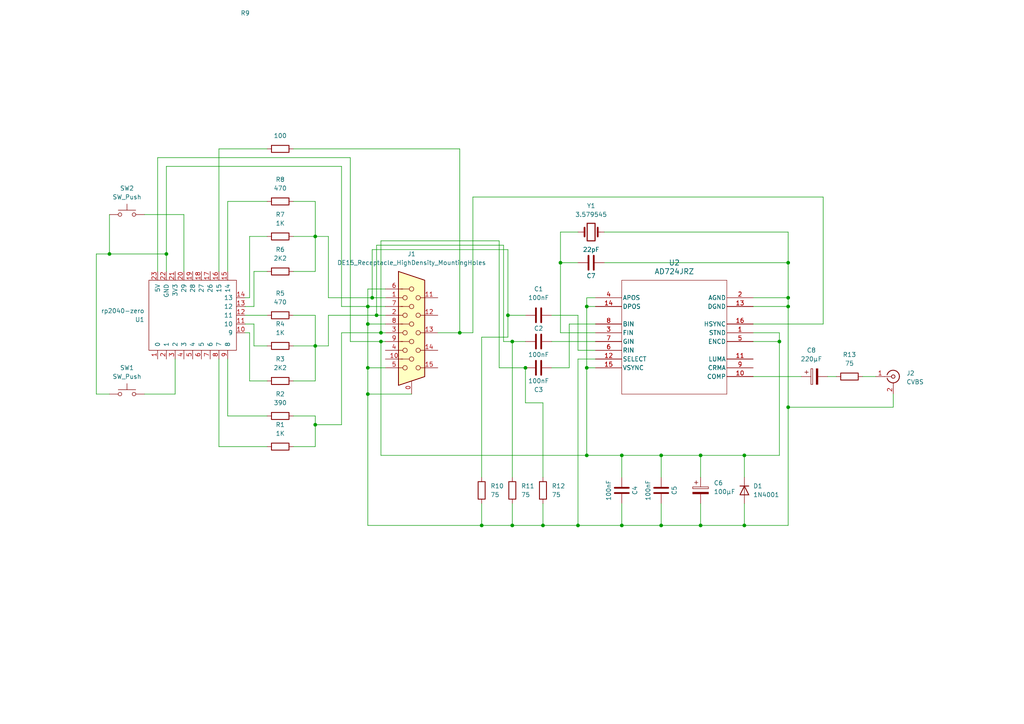
<source format=kicad_sch>
(kicad_sch (version 20230121) (generator eeschema)

  (uuid cf6e1f46-c2e8-445c-8dae-9af0be7afdd3)

  (paper "A4")

  (lib_symbols
    (symbol "AD724:AD724JRZ" (pin_names (offset 0.254)) (in_bom yes) (on_board yes)
      (property "Reference" "U" (at 22.86 10.16 0)
        (effects (font (size 1.524 1.524)))
      )
      (property "Value" "AD724JRZ" (at 22.86 7.62 0)
        (effects (font (size 1.524 1.524)))
      )
      (property "Footprint" "RW_16_ADI" (at 0 0 0)
        (effects (font (size 1.27 1.27) italic) hide)
      )
      (property "Datasheet" "AD724JRZ" (at 0 0 0)
        (effects (font (size 1.27 1.27) italic) hide)
      )
      (property "ki_locked" "" (at 0 0 0)
        (effects (font (size 1.27 1.27)))
      )
      (property "ki_keywords" "AD724JRZ" (at 0 0 0)
        (effects (font (size 1.27 1.27)) hide)
      )
      (property "ki_fp_filters" "RW_16_ADI RW_16_ADI-M RW_16_ADI-L" (at 0 0 0)
        (effects (font (size 1.27 1.27)) hide)
      )
      (symbol "AD724JRZ_1_1"
        (polyline
          (pts
            (xy 7.62 -27.94)
            (xy 38.1 -27.94)
          )
          (stroke (width 0.127) (type default))
          (fill (type none))
        )
        (polyline
          (pts
            (xy 7.62 5.08)
            (xy 7.62 -27.94)
          )
          (stroke (width 0.127) (type default))
          (fill (type none))
        )
        (polyline
          (pts
            (xy 38.1 -27.94)
            (xy 38.1 5.08)
          )
          (stroke (width 0.127) (type default))
          (fill (type none))
        )
        (polyline
          (pts
            (xy 38.1 5.08)
            (xy 7.62 5.08)
          )
          (stroke (width 0.127) (type default))
          (fill (type none))
        )
        (pin input line (at 45.72 -10.16 180) (length 7.62)
          (name "STND" (effects (font (size 1.27 1.27))))
          (number "1" (effects (font (size 1.27 1.27))))
        )
        (pin output line (at 45.72 -22.86 180) (length 7.62)
          (name "COMP" (effects (font (size 1.27 1.27))))
          (number "10" (effects (font (size 1.27 1.27))))
        )
        (pin output line (at 45.72 -17.78 180) (length 7.62)
          (name "LUMA" (effects (font (size 1.27 1.27))))
          (number "11" (effects (font (size 1.27 1.27))))
        )
        (pin input line (at 0 -17.78 0) (length 7.62)
          (name "SELECT" (effects (font (size 1.27 1.27))))
          (number "12" (effects (font (size 1.27 1.27))))
        )
        (pin power_out line (at 45.72 -2.54 180) (length 7.62)
          (name "DGND" (effects (font (size 1.27 1.27))))
          (number "13" (effects (font (size 1.27 1.27))))
        )
        (pin power_in line (at 0 -2.54 0) (length 7.62)
          (name "DPOS" (effects (font (size 1.27 1.27))))
          (number "14" (effects (font (size 1.27 1.27))))
        )
        (pin input line (at 0 -20.32 0) (length 7.62)
          (name "VSYNC" (effects (font (size 1.27 1.27))))
          (number "15" (effects (font (size 1.27 1.27))))
        )
        (pin input line (at 45.72 -7.62 180) (length 7.62)
          (name "HSYNC" (effects (font (size 1.27 1.27))))
          (number "16" (effects (font (size 1.27 1.27))))
        )
        (pin power_out line (at 45.72 0 180) (length 7.62)
          (name "AGND" (effects (font (size 1.27 1.27))))
          (number "2" (effects (font (size 1.27 1.27))))
        )
        (pin input line (at 0 -10.16 0) (length 7.62)
          (name "FIN" (effects (font (size 1.27 1.27))))
          (number "3" (effects (font (size 1.27 1.27))))
        )
        (pin power_in line (at 0 0 0) (length 7.62)
          (name "APOS" (effects (font (size 1.27 1.27))))
          (number "4" (effects (font (size 1.27 1.27))))
        )
        (pin input line (at 45.72 -12.7 180) (length 7.62)
          (name "ENCD" (effects (font (size 1.27 1.27))))
          (number "5" (effects (font (size 1.27 1.27))))
        )
        (pin input line (at 0 -15.24 0) (length 7.62)
          (name "RIN" (effects (font (size 1.27 1.27))))
          (number "6" (effects (font (size 1.27 1.27))))
        )
        (pin input line (at 0 -12.7 0) (length 7.62)
          (name "GIN" (effects (font (size 1.27 1.27))))
          (number "7" (effects (font (size 1.27 1.27))))
        )
        (pin input line (at 0 -7.62 0) (length 7.62)
          (name "BIN" (effects (font (size 1.27 1.27))))
          (number "8" (effects (font (size 1.27 1.27))))
        )
        (pin output line (at 45.72 -20.32 180) (length 7.62)
          (name "CRMA" (effects (font (size 1.27 1.27))))
          (number "9" (effects (font (size 1.27 1.27))))
        )
      )
    )
    (symbol "Connector:Conn_Coaxial" (pin_names (offset 1.016) hide) (in_bom yes) (on_board yes)
      (property "Reference" "J" (at 0.254 3.048 0)
        (effects (font (size 1.27 1.27)))
      )
      (property "Value" "Conn_Coaxial" (at 2.921 0 90)
        (effects (font (size 1.27 1.27)))
      )
      (property "Footprint" "" (at 0 0 0)
        (effects (font (size 1.27 1.27)) hide)
      )
      (property "Datasheet" " ~" (at 0 0 0)
        (effects (font (size 1.27 1.27)) hide)
      )
      (property "ki_keywords" "BNC SMA SMB SMC LEMO coaxial connector CINCH RCA MCX MMCX U.FL UMRF" (at 0 0 0)
        (effects (font (size 1.27 1.27)) hide)
      )
      (property "ki_description" "coaxial connector (BNC, SMA, SMB, SMC, Cinch/RCA, LEMO, ...)" (at 0 0 0)
        (effects (font (size 1.27 1.27)) hide)
      )
      (property "ki_fp_filters" "*BNC* *SMA* *SMB* *SMC* *Cinch* *LEMO* *UMRF* *MCX* *U.FL*" (at 0 0 0)
        (effects (font (size 1.27 1.27)) hide)
      )
      (symbol "Conn_Coaxial_0_1"
        (arc (start -1.778 -0.508) (mid 0.2311 -1.8066) (end 1.778 0)
          (stroke (width 0.254) (type default))
          (fill (type none))
        )
        (polyline
          (pts
            (xy -2.54 0)
            (xy -0.508 0)
          )
          (stroke (width 0) (type default))
          (fill (type none))
        )
        (polyline
          (pts
            (xy 0 -2.54)
            (xy 0 -1.778)
          )
          (stroke (width 0) (type default))
          (fill (type none))
        )
        (circle (center 0 0) (radius 0.508)
          (stroke (width 0.2032) (type default))
          (fill (type none))
        )
        (arc (start 1.778 0) (mid 0.2099 1.8101) (end -1.778 0.508)
          (stroke (width 0.254) (type default))
          (fill (type none))
        )
      )
      (symbol "Conn_Coaxial_1_1"
        (pin passive line (at -5.08 0 0) (length 2.54)
          (name "In" (effects (font (size 1.27 1.27))))
          (number "1" (effects (font (size 1.27 1.27))))
        )
        (pin passive line (at 0 -5.08 90) (length 2.54)
          (name "Ext" (effects (font (size 1.27 1.27))))
          (number "2" (effects (font (size 1.27 1.27))))
        )
      )
    )
    (symbol "Connector:DE15_Receptacle_HighDensity_MountingHoles" (pin_names (offset 1.016) hide) (in_bom yes) (on_board yes)
      (property "Reference" "J" (at 0 21.59 0)
        (effects (font (size 1.27 1.27)))
      )
      (property "Value" "DE15_Receptacle_HighDensity_MountingHoles" (at 0 19.05 0)
        (effects (font (size 1.27 1.27)))
      )
      (property "Footprint" "" (at -24.13 10.16 0)
        (effects (font (size 1.27 1.27)) hide)
      )
      (property "Datasheet" " ~" (at -24.13 10.16 0)
        (effects (font (size 1.27 1.27)) hide)
      )
      (property "ki_keywords" "connector receptacle de15 female D-SUB VGA" (at 0 0 0)
        (effects (font (size 1.27 1.27)) hide)
      )
      (property "ki_description" "15-pin female receptacle socket D-SUB connector, High density (3 columns), Triple Row, Generic, VGA-connector, Mounting Hole" (at 0 0 0)
        (effects (font (size 1.27 1.27)) hide)
      )
      (property "ki_fp_filters" "DSUB*Female*" (at 0 0 0)
        (effects (font (size 1.27 1.27)) hide)
      )
      (symbol "DE15_Receptacle_HighDensity_MountingHoles_0_1"
        (circle (center -1.905 -10.16) (radius 0.635)
          (stroke (width 0) (type default))
          (fill (type none))
        )
        (circle (center -1.905 -5.08) (radius 0.635)
          (stroke (width 0) (type default))
          (fill (type none))
        )
        (circle (center -1.905 0) (radius 0.635)
          (stroke (width 0) (type default))
          (fill (type none))
        )
        (circle (center -1.905 5.08) (radius 0.635)
          (stroke (width 0) (type default))
          (fill (type none))
        )
        (circle (center -1.905 10.16) (radius 0.635)
          (stroke (width 0) (type default))
          (fill (type none))
        )
        (circle (center 0 -7.62) (radius 0.635)
          (stroke (width 0) (type default))
          (fill (type none))
        )
        (circle (center 0 -2.54) (radius 0.635)
          (stroke (width 0) (type default))
          (fill (type none))
        )
        (polyline
          (pts
            (xy -3.175 7.62)
            (xy -0.635 7.62)
          )
          (stroke (width 0) (type default))
          (fill (type none))
        )
        (polyline
          (pts
            (xy -0.635 -7.62)
            (xy -3.175 -7.62)
          )
          (stroke (width 0) (type default))
          (fill (type none))
        )
        (polyline
          (pts
            (xy -0.635 -2.54)
            (xy -3.175 -2.54)
          )
          (stroke (width 0) (type default))
          (fill (type none))
        )
        (polyline
          (pts
            (xy -0.635 2.54)
            (xy -3.175 2.54)
          )
          (stroke (width 0) (type default))
          (fill (type none))
        )
        (polyline
          (pts
            (xy -0.635 12.7)
            (xy -3.175 12.7)
          )
          (stroke (width 0) (type default))
          (fill (type none))
        )
        (polyline
          (pts
            (xy -3.81 17.78)
            (xy -3.81 -15.24)
            (xy 3.81 -12.7)
            (xy 3.81 15.24)
            (xy -3.81 17.78)
          )
          (stroke (width 0.254) (type default))
          (fill (type background))
        )
        (circle (center 0 2.54) (radius 0.635)
          (stroke (width 0) (type default))
          (fill (type none))
        )
        (circle (center 0 7.62) (radius 0.635)
          (stroke (width 0) (type default))
          (fill (type none))
        )
        (circle (center 0 12.7) (radius 0.635)
          (stroke (width 0) (type default))
          (fill (type none))
        )
        (circle (center 1.905 -10.16) (radius 0.635)
          (stroke (width 0) (type default))
          (fill (type none))
        )
        (circle (center 1.905 -5.08) (radius 0.635)
          (stroke (width 0) (type default))
          (fill (type none))
        )
        (circle (center 1.905 0) (radius 0.635)
          (stroke (width 0) (type default))
          (fill (type none))
        )
        (circle (center 1.905 5.08) (radius 0.635)
          (stroke (width 0) (type default))
          (fill (type none))
        )
        (circle (center 1.905 10.16) (radius 0.635)
          (stroke (width 0) (type default))
          (fill (type none))
        )
      )
      (symbol "DE15_Receptacle_HighDensity_MountingHoles_1_1"
        (pin passive line (at 0 -17.78 90) (length 3.81)
          (name "~" (effects (font (size 1.27 1.27))))
          (number "0" (effects (font (size 1.27 1.27))))
        )
        (pin passive line (at -7.62 10.16 0) (length 5.08)
          (name "~" (effects (font (size 1.27 1.27))))
          (number "1" (effects (font (size 1.27 1.27))))
        )
        (pin passive line (at -7.62 -7.62 0) (length 5.08)
          (name "~" (effects (font (size 1.27 1.27))))
          (number "10" (effects (font (size 1.27 1.27))))
        )
        (pin passive line (at 7.62 10.16 180) (length 5.08)
          (name "~" (effects (font (size 1.27 1.27))))
          (number "11" (effects (font (size 1.27 1.27))))
        )
        (pin passive line (at 7.62 5.08 180) (length 5.08)
          (name "~" (effects (font (size 1.27 1.27))))
          (number "12" (effects (font (size 1.27 1.27))))
        )
        (pin passive line (at 7.62 0 180) (length 5.08)
          (name "~" (effects (font (size 1.27 1.27))))
          (number "13" (effects (font (size 1.27 1.27))))
        )
        (pin passive line (at 7.62 -5.08 180) (length 5.08)
          (name "~" (effects (font (size 1.27 1.27))))
          (number "14" (effects (font (size 1.27 1.27))))
        )
        (pin passive line (at 7.62 -10.16 180) (length 5.08)
          (name "~" (effects (font (size 1.27 1.27))))
          (number "15" (effects (font (size 1.27 1.27))))
        )
        (pin passive line (at -7.62 5.08 0) (length 5.08)
          (name "~" (effects (font (size 1.27 1.27))))
          (number "2" (effects (font (size 1.27 1.27))))
        )
        (pin passive line (at -7.62 0 0) (length 5.08)
          (name "~" (effects (font (size 1.27 1.27))))
          (number "3" (effects (font (size 1.27 1.27))))
        )
        (pin passive line (at -7.62 -5.08 0) (length 5.08)
          (name "~" (effects (font (size 1.27 1.27))))
          (number "4" (effects (font (size 1.27 1.27))))
        )
        (pin passive line (at -7.62 -10.16 0) (length 5.08)
          (name "~" (effects (font (size 1.27 1.27))))
          (number "5" (effects (font (size 1.27 1.27))))
        )
        (pin passive line (at -7.62 12.7 0) (length 5.08)
          (name "~" (effects (font (size 1.27 1.27))))
          (number "6" (effects (font (size 1.27 1.27))))
        )
        (pin passive line (at -7.62 7.62 0) (length 5.08)
          (name "~" (effects (font (size 1.27 1.27))))
          (number "7" (effects (font (size 1.27 1.27))))
        )
        (pin passive line (at -7.62 2.54 0) (length 5.08)
          (name "~" (effects (font (size 1.27 1.27))))
          (number "8" (effects (font (size 1.27 1.27))))
        )
        (pin passive line (at -7.62 -2.54 0) (length 5.08)
          (name "~" (effects (font (size 1.27 1.27))))
          (number "9" (effects (font (size 1.27 1.27))))
        )
      )
    )
    (symbol "Device:C" (pin_numbers hide) (pin_names (offset 0.254)) (in_bom yes) (on_board yes)
      (property "Reference" "C" (at 0.635 2.54 0)
        (effects (font (size 1.27 1.27)) (justify left))
      )
      (property "Value" "C" (at 0.635 -2.54 0)
        (effects (font (size 1.27 1.27)) (justify left))
      )
      (property "Footprint" "" (at 0.9652 -3.81 0)
        (effects (font (size 1.27 1.27)) hide)
      )
      (property "Datasheet" "~" (at 0 0 0)
        (effects (font (size 1.27 1.27)) hide)
      )
      (property "ki_keywords" "cap capacitor" (at 0 0 0)
        (effects (font (size 1.27 1.27)) hide)
      )
      (property "ki_description" "Unpolarized capacitor" (at 0 0 0)
        (effects (font (size 1.27 1.27)) hide)
      )
      (property "ki_fp_filters" "C_*" (at 0 0 0)
        (effects (font (size 1.27 1.27)) hide)
      )
      (symbol "C_0_1"
        (polyline
          (pts
            (xy -2.032 -0.762)
            (xy 2.032 -0.762)
          )
          (stroke (width 0.508) (type default))
          (fill (type none))
        )
        (polyline
          (pts
            (xy -2.032 0.762)
            (xy 2.032 0.762)
          )
          (stroke (width 0.508) (type default))
          (fill (type none))
        )
      )
      (symbol "C_1_1"
        (pin passive line (at 0 3.81 270) (length 2.794)
          (name "~" (effects (font (size 1.27 1.27))))
          (number "1" (effects (font (size 1.27 1.27))))
        )
        (pin passive line (at 0 -3.81 90) (length 2.794)
          (name "~" (effects (font (size 1.27 1.27))))
          (number "2" (effects (font (size 1.27 1.27))))
        )
      )
    )
    (symbol "Device:C_Polarized" (pin_numbers hide) (pin_names (offset 0.254)) (in_bom yes) (on_board yes)
      (property "Reference" "C" (at 0.635 2.54 0)
        (effects (font (size 1.27 1.27)) (justify left))
      )
      (property "Value" "C_Polarized" (at 0.635 -2.54 0)
        (effects (font (size 1.27 1.27)) (justify left))
      )
      (property "Footprint" "" (at 0.9652 -3.81 0)
        (effects (font (size 1.27 1.27)) hide)
      )
      (property "Datasheet" "~" (at 0 0 0)
        (effects (font (size 1.27 1.27)) hide)
      )
      (property "ki_keywords" "cap capacitor" (at 0 0 0)
        (effects (font (size 1.27 1.27)) hide)
      )
      (property "ki_description" "Polarized capacitor" (at 0 0 0)
        (effects (font (size 1.27 1.27)) hide)
      )
      (property "ki_fp_filters" "CP_*" (at 0 0 0)
        (effects (font (size 1.27 1.27)) hide)
      )
      (symbol "C_Polarized_0_1"
        (rectangle (start -2.286 0.508) (end 2.286 1.016)
          (stroke (width 0) (type default))
          (fill (type none))
        )
        (polyline
          (pts
            (xy -1.778 2.286)
            (xy -0.762 2.286)
          )
          (stroke (width 0) (type default))
          (fill (type none))
        )
        (polyline
          (pts
            (xy -1.27 2.794)
            (xy -1.27 1.778)
          )
          (stroke (width 0) (type default))
          (fill (type none))
        )
        (rectangle (start 2.286 -0.508) (end -2.286 -1.016)
          (stroke (width 0) (type default))
          (fill (type outline))
        )
      )
      (symbol "C_Polarized_1_1"
        (pin passive line (at 0 3.81 270) (length 2.794)
          (name "~" (effects (font (size 1.27 1.27))))
          (number "1" (effects (font (size 1.27 1.27))))
        )
        (pin passive line (at 0 -3.81 90) (length 2.794)
          (name "~" (effects (font (size 1.27 1.27))))
          (number "2" (effects (font (size 1.27 1.27))))
        )
      )
    )
    (symbol "Device:Crystal" (pin_numbers hide) (pin_names (offset 1.016) hide) (in_bom yes) (on_board yes)
      (property "Reference" "Y" (at 0 3.81 0)
        (effects (font (size 1.27 1.27)))
      )
      (property "Value" "Crystal" (at 0 -3.81 0)
        (effects (font (size 1.27 1.27)))
      )
      (property "Footprint" "" (at 0 0 0)
        (effects (font (size 1.27 1.27)) hide)
      )
      (property "Datasheet" "~" (at 0 0 0)
        (effects (font (size 1.27 1.27)) hide)
      )
      (property "ki_keywords" "quartz ceramic resonator oscillator" (at 0 0 0)
        (effects (font (size 1.27 1.27)) hide)
      )
      (property "ki_description" "Two pin crystal" (at 0 0 0)
        (effects (font (size 1.27 1.27)) hide)
      )
      (property "ki_fp_filters" "Crystal*" (at 0 0 0)
        (effects (font (size 1.27 1.27)) hide)
      )
      (symbol "Crystal_0_1"
        (rectangle (start -1.143 2.54) (end 1.143 -2.54)
          (stroke (width 0.3048) (type default))
          (fill (type none))
        )
        (polyline
          (pts
            (xy -2.54 0)
            (xy -1.905 0)
          )
          (stroke (width 0) (type default))
          (fill (type none))
        )
        (polyline
          (pts
            (xy -1.905 -1.27)
            (xy -1.905 1.27)
          )
          (stroke (width 0.508) (type default))
          (fill (type none))
        )
        (polyline
          (pts
            (xy 1.905 -1.27)
            (xy 1.905 1.27)
          )
          (stroke (width 0.508) (type default))
          (fill (type none))
        )
        (polyline
          (pts
            (xy 2.54 0)
            (xy 1.905 0)
          )
          (stroke (width 0) (type default))
          (fill (type none))
        )
      )
      (symbol "Crystal_1_1"
        (pin passive line (at -3.81 0 0) (length 1.27)
          (name "1" (effects (font (size 1.27 1.27))))
          (number "1" (effects (font (size 1.27 1.27))))
        )
        (pin passive line (at 3.81 0 180) (length 1.27)
          (name "2" (effects (font (size 1.27 1.27))))
          (number "2" (effects (font (size 1.27 1.27))))
        )
      )
    )
    (symbol "Device:R" (pin_numbers hide) (pin_names (offset 0)) (in_bom yes) (on_board yes)
      (property "Reference" "R" (at 2.032 0 90)
        (effects (font (size 1.27 1.27)))
      )
      (property "Value" "R" (at 0 0 90)
        (effects (font (size 1.27 1.27)))
      )
      (property "Footprint" "" (at -1.778 0 90)
        (effects (font (size 1.27 1.27)) hide)
      )
      (property "Datasheet" "~" (at 0 0 0)
        (effects (font (size 1.27 1.27)) hide)
      )
      (property "ki_keywords" "R res resistor" (at 0 0 0)
        (effects (font (size 1.27 1.27)) hide)
      )
      (property "ki_description" "Resistor" (at 0 0 0)
        (effects (font (size 1.27 1.27)) hide)
      )
      (property "ki_fp_filters" "R_*" (at 0 0 0)
        (effects (font (size 1.27 1.27)) hide)
      )
      (symbol "R_0_1"
        (rectangle (start -1.016 -2.54) (end 1.016 2.54)
          (stroke (width 0.254) (type default))
          (fill (type none))
        )
      )
      (symbol "R_1_1"
        (pin passive line (at 0 3.81 270) (length 1.27)
          (name "~" (effects (font (size 1.27 1.27))))
          (number "1" (effects (font (size 1.27 1.27))))
        )
        (pin passive line (at 0 -3.81 90) (length 1.27)
          (name "~" (effects (font (size 1.27 1.27))))
          (number "2" (effects (font (size 1.27 1.27))))
        )
      )
    )
    (symbol "Diode:1N4001" (pin_numbers hide) (pin_names hide) (in_bom yes) (on_board yes)
      (property "Reference" "D" (at 0 2.54 0)
        (effects (font (size 1.27 1.27)))
      )
      (property "Value" "1N4001" (at 0 -2.54 0)
        (effects (font (size 1.27 1.27)))
      )
      (property "Footprint" "Diode_THT:D_DO-41_SOD81_P10.16mm_Horizontal" (at 0 0 0)
        (effects (font (size 1.27 1.27)) hide)
      )
      (property "Datasheet" "http://www.vishay.com/docs/88503/1n4001.pdf" (at 0 0 0)
        (effects (font (size 1.27 1.27)) hide)
      )
      (property "Sim.Device" "D" (at 0 0 0)
        (effects (font (size 1.27 1.27)) hide)
      )
      (property "Sim.Pins" "1=K 2=A" (at 0 0 0)
        (effects (font (size 1.27 1.27)) hide)
      )
      (property "ki_keywords" "diode" (at 0 0 0)
        (effects (font (size 1.27 1.27)) hide)
      )
      (property "ki_description" "50V 1A General Purpose Rectifier Diode, DO-41" (at 0 0 0)
        (effects (font (size 1.27 1.27)) hide)
      )
      (property "ki_fp_filters" "D*DO?41*" (at 0 0 0)
        (effects (font (size 1.27 1.27)) hide)
      )
      (symbol "1N4001_0_1"
        (polyline
          (pts
            (xy -1.27 1.27)
            (xy -1.27 -1.27)
          )
          (stroke (width 0.254) (type default))
          (fill (type none))
        )
        (polyline
          (pts
            (xy 1.27 0)
            (xy -1.27 0)
          )
          (stroke (width 0) (type default))
          (fill (type none))
        )
        (polyline
          (pts
            (xy 1.27 1.27)
            (xy 1.27 -1.27)
            (xy -1.27 0)
            (xy 1.27 1.27)
          )
          (stroke (width 0.254) (type default))
          (fill (type none))
        )
      )
      (symbol "1N4001_1_1"
        (pin passive line (at -3.81 0 0) (length 2.54)
          (name "K" (effects (font (size 1.27 1.27))))
          (number "1" (effects (font (size 1.27 1.27))))
        )
        (pin passive line (at 3.81 0 180) (length 2.54)
          (name "A" (effects (font (size 1.27 1.27))))
          (number "2" (effects (font (size 1.27 1.27))))
        )
      )
    )
    (symbol "Switch:SW_Push" (pin_numbers hide) (pin_names (offset 1.016) hide) (in_bom yes) (on_board yes)
      (property "Reference" "SW" (at 1.27 2.54 0)
        (effects (font (size 1.27 1.27)) (justify left))
      )
      (property "Value" "SW_Push" (at 0 -1.524 0)
        (effects (font (size 1.27 1.27)))
      )
      (property "Footprint" "" (at 0 5.08 0)
        (effects (font (size 1.27 1.27)) hide)
      )
      (property "Datasheet" "~" (at 0 5.08 0)
        (effects (font (size 1.27 1.27)) hide)
      )
      (property "ki_keywords" "switch normally-open pushbutton push-button" (at 0 0 0)
        (effects (font (size 1.27 1.27)) hide)
      )
      (property "ki_description" "Push button switch, generic, two pins" (at 0 0 0)
        (effects (font (size 1.27 1.27)) hide)
      )
      (symbol "SW_Push_0_1"
        (circle (center -2.032 0) (radius 0.508)
          (stroke (width 0) (type default))
          (fill (type none))
        )
        (polyline
          (pts
            (xy 0 1.27)
            (xy 0 3.048)
          )
          (stroke (width 0) (type default))
          (fill (type none))
        )
        (polyline
          (pts
            (xy 2.54 1.27)
            (xy -2.54 1.27)
          )
          (stroke (width 0) (type default))
          (fill (type none))
        )
        (circle (center 2.032 0) (radius 0.508)
          (stroke (width 0) (type default))
          (fill (type none))
        )
        (pin passive line (at -5.08 0 0) (length 2.54)
          (name "1" (effects (font (size 1.27 1.27))))
          (number "1" (effects (font (size 1.27 1.27))))
        )
        (pin passive line (at 5.08 0 180) (length 2.54)
          (name "2" (effects (font (size 1.27 1.27))))
          (number "2" (effects (font (size 1.27 1.27))))
        )
      )
    )
    (symbol "Waveshare RP2040-Zero:rp2040-zero" (pin_names (offset 1.016)) (in_bom yes) (on_board yes)
      (property "Reference" "U" (at 0 15.24 0)
        (effects (font (size 1.27 1.27)))
      )
      (property "Value" "rp2040-zero" (at 0 12.7 0)
        (effects (font (size 1.27 1.27)))
      )
      (property "Footprint" "" (at -8.89 5.08 0)
        (effects (font (size 1.27 1.27)) hide)
      )
      (property "Datasheet" "" (at -8.89 5.08 0)
        (effects (font (size 1.27 1.27)) hide)
      )
      (symbol "rp2040-zero_0_1"
        (rectangle (start -10.16 11.43) (end 10.16 -13.97)
          (stroke (width 0) (type default))
          (fill (type none))
        )
      )
      (symbol "rp2040-zero_1_1"
        (pin bidirectional line (at 12.7 8.89 180) (length 2.54)
          (name "0" (effects (font (size 1.27 1.27))))
          (number "1" (effects (font (size 1.27 1.27))))
        )
        (pin bidirectional line (at 5.08 -16.51 90) (length 2.54)
          (name "9" (effects (font (size 1.27 1.27))))
          (number "10" (effects (font (size 1.27 1.27))))
        )
        (pin bidirectional line (at 2.54 -16.51 90) (length 2.54)
          (name "10" (effects (font (size 1.27 1.27))))
          (number "11" (effects (font (size 1.27 1.27))))
        )
        (pin bidirectional line (at 0 -16.51 90) (length 2.54)
          (name "11" (effects (font (size 1.27 1.27))))
          (number "12" (effects (font (size 1.27 1.27))))
        )
        (pin bidirectional line (at -2.54 -16.51 90) (length 2.54)
          (name "12" (effects (font (size 1.27 1.27))))
          (number "13" (effects (font (size 1.27 1.27))))
        )
        (pin bidirectional line (at -5.08 -16.51 90) (length 2.54)
          (name "13" (effects (font (size 1.27 1.27))))
          (number "14" (effects (font (size 1.27 1.27))))
        )
        (pin bidirectional line (at -12.7 -11.43 0) (length 2.54)
          (name "14" (effects (font (size 1.27 1.27))))
          (number "15" (effects (font (size 1.27 1.27))))
        )
        (pin bidirectional line (at -12.7 -8.89 0) (length 2.54)
          (name "15" (effects (font (size 1.27 1.27))))
          (number "16" (effects (font (size 1.27 1.27))))
        )
        (pin bidirectional line (at -12.7 -6.35 0) (length 2.54)
          (name "26" (effects (font (size 1.27 1.27))))
          (number "17" (effects (font (size 1.27 1.27))))
        )
        (pin bidirectional line (at -12.7 -3.81 0) (length 2.54)
          (name "27" (effects (font (size 1.27 1.27))))
          (number "18" (effects (font (size 1.27 1.27))))
        )
        (pin bidirectional line (at -12.7 -1.27 0) (length 2.54)
          (name "28" (effects (font (size 1.27 1.27))))
          (number "19" (effects (font (size 1.27 1.27))))
        )
        (pin bidirectional line (at 12.7 6.35 180) (length 2.54)
          (name "1" (effects (font (size 1.27 1.27))))
          (number "2" (effects (font (size 1.27 1.27))))
        )
        (pin bidirectional line (at -12.7 1.27 0) (length 2.54)
          (name "29" (effects (font (size 1.27 1.27))))
          (number "20" (effects (font (size 1.27 1.27))))
        )
        (pin power_out line (at -12.7 3.81 0) (length 2.54)
          (name "3V3" (effects (font (size 1.27 1.27))))
          (number "21" (effects (font (size 1.27 1.27))))
        )
        (pin power_out line (at -12.7 6.35 0) (length 2.54)
          (name "GND" (effects (font (size 1.27 1.27))))
          (number "22" (effects (font (size 1.27 1.27))))
        )
        (pin power_out line (at -12.7 8.89 0) (length 2.54)
          (name "5V" (effects (font (size 1.27 1.27))))
          (number "23" (effects (font (size 1.27 1.27))))
        )
        (pin bidirectional line (at 12.7 3.81 180) (length 2.54)
          (name "2" (effects (font (size 1.27 1.27))))
          (number "3" (effects (font (size 1.27 1.27))))
        )
        (pin bidirectional line (at 12.7 1.27 180) (length 2.54)
          (name "3" (effects (font (size 1.27 1.27))))
          (number "4" (effects (font (size 1.27 1.27))))
        )
        (pin bidirectional line (at 12.7 -1.27 180) (length 2.54)
          (name "4" (effects (font (size 1.27 1.27))))
          (number "5" (effects (font (size 1.27 1.27))))
        )
        (pin bidirectional line (at 12.7 -3.81 180) (length 2.54)
          (name "5" (effects (font (size 1.27 1.27))))
          (number "6" (effects (font (size 1.27 1.27))))
        )
        (pin bidirectional line (at 12.7 -6.35 180) (length 2.54)
          (name "6" (effects (font (size 1.27 1.27))))
          (number "7" (effects (font (size 1.27 1.27))))
        )
        (pin bidirectional line (at 12.7 -8.89 180) (length 2.54)
          (name "7" (effects (font (size 1.27 1.27))))
          (number "8" (effects (font (size 1.27 1.27))))
        )
        (pin bidirectional line (at 12.7 -11.43 180) (length 2.54)
          (name "8" (effects (font (size 1.27 1.27))))
          (number "9" (effects (font (size 1.27 1.27))))
        )
      )
    )
  )

  (junction (at 148.59 152.4) (diameter 0) (color 0 0 0 0)
    (uuid 0d63bdf8-b41b-45db-bf6b-25f2d09e3d9e)
  )
  (junction (at 106.68 93.98) (diameter 0) (color 0 0 0 0)
    (uuid 1f3f9e54-393c-46c3-ae92-c33d790967c8)
  )
  (junction (at 152.4 106.68) (diameter 0) (color 0 0 0 0)
    (uuid 24f4a5d6-01bd-4127-8f67-76a7ac8d1839)
  )
  (junction (at 133.35 96.52) (diameter 0) (color 0 0 0 0)
    (uuid 280f8428-f3ff-40ec-90e9-0ca570a9b3be)
  )
  (junction (at 162.56 76.2) (diameter 0) (color 0 0 0 0)
    (uuid 28326b82-0992-4880-8130-6dc41ff20880)
  )
  (junction (at 228.6 86.36) (diameter 0) (color 0 0 0 0)
    (uuid 2da20604-9e26-42e4-9066-86f14d77e98c)
  )
  (junction (at 203.2 152.4) (diameter 0) (color 0 0 0 0)
    (uuid 326554ad-59d9-4899-85de-bef8872a7f0a)
  )
  (junction (at 139.7 152.4) (diameter 0) (color 0 0 0 0)
    (uuid 32a356df-d2dd-4501-a34d-10a34f9bb6de)
  )
  (junction (at 91.44 68.58) (diameter 0) (color 0 0 0 0)
    (uuid 3a17cb22-fab6-427d-aad2-f5d099664bf9)
  )
  (junction (at 48.26 73.66) (diameter 0) (color 0 0 0 0)
    (uuid 3c9f7228-a948-4925-85af-b8693e2218f1)
  )
  (junction (at 157.48 152.4) (diameter 0) (color 0 0 0 0)
    (uuid 3f18d41a-dea3-416c-b317-08cd4ccd81f3)
  )
  (junction (at 226.06 99.06) (diameter 0) (color 0 0 0 0)
    (uuid 516394f7-b682-470f-a156-8914b1442ced)
  )
  (junction (at 170.18 88.9) (diameter 0) (color 0 0 0 0)
    (uuid 518f1a79-dc5a-453a-abff-5398cb4fad58)
  )
  (junction (at 191.77 152.4) (diameter 0) (color 0 0 0 0)
    (uuid 5f5350fe-f645-418f-9cc2-bc439b425baf)
  )
  (junction (at 106.68 114.3) (diameter 0) (color 0 0 0 0)
    (uuid 60c4ec7e-7fba-4c7f-a73a-0fb353ab8a0a)
  )
  (junction (at 107.95 86.36) (diameter 0) (color 0 0 0 0)
    (uuid 6b7b4691-63a9-430a-873c-de31558267fb)
  )
  (junction (at 91.44 100.33) (diameter 0) (color 0 0 0 0)
    (uuid 6cc03a51-1fa4-4639-93f3-c572a14c8d0b)
  )
  (junction (at 215.9 132.08) (diameter 0) (color 0 0 0 0)
    (uuid 716f57f5-9872-4857-8504-827768d7b6dc)
  )
  (junction (at 228.6 76.2) (diameter 0) (color 0 0 0 0)
    (uuid 857f94bd-9db2-4c59-98b9-875a8b6cf94f)
  )
  (junction (at 110.49 99.06) (diameter 0) (color 0 0 0 0)
    (uuid 8ae9452e-547a-4f65-a571-27ff4fc53e21)
  )
  (junction (at 167.64 152.4) (diameter 0) (color 0 0 0 0)
    (uuid 9263e7fb-3b31-4912-8e38-c9255c3889e6)
  )
  (junction (at 228.6 118.11) (diameter 0) (color 0 0 0 0)
    (uuid 9b575d1e-3255-4d10-952d-3c31385e0a07)
  )
  (junction (at 228.6 88.9) (diameter 0) (color 0 0 0 0)
    (uuid b0a66390-b612-44f3-a026-2c2f879180bd)
  )
  (junction (at 215.9 152.4) (diameter 0) (color 0 0 0 0)
    (uuid b65dfc79-4306-4789-8b7e-c72b52e18b54)
  )
  (junction (at 170.18 132.08) (diameter 0) (color 0 0 0 0)
    (uuid c20362aa-08cd-4084-a0e0-5b01bfcddaf9)
  )
  (junction (at 109.22 91.44) (diameter 0) (color 0 0 0 0)
    (uuid c9fa5616-bf76-4af3-b6f6-a399b2875c8e)
  )
  (junction (at 148.59 99.06) (diameter 0) (color 0 0 0 0)
    (uuid cd956036-f51a-4b47-8a41-000b44904290)
  )
  (junction (at 203.2 132.08) (diameter 0) (color 0 0 0 0)
    (uuid d061d6d9-396f-443b-b342-eb970233498f)
  )
  (junction (at 170.18 106.68) (diameter 0) (color 0 0 0 0)
    (uuid d7a43807-df9b-4ba8-92a9-8a1ff0d20056)
  )
  (junction (at 106.68 88.9) (diameter 0) (color 0 0 0 0)
    (uuid de16d320-38a7-4341-8e75-82906cbc0ca2)
  )
  (junction (at 147.32 91.44) (diameter 0) (color 0 0 0 0)
    (uuid e025e7ee-7962-40d3-95a9-110ab51b47d4)
  )
  (junction (at 180.34 152.4) (diameter 0) (color 0 0 0 0)
    (uuid e148c4fe-859b-4c1d-9bb0-8297da3ddaaa)
  )
  (junction (at 191.77 132.08) (diameter 0) (color 0 0 0 0)
    (uuid e1ca4d52-6e4f-48dc-851a-8dc8931ddc67)
  )
  (junction (at 91.44 123.19) (diameter 0) (color 0 0 0 0)
    (uuid e23af89c-3355-4b9a-8fcd-259c44baa569)
  )
  (junction (at 106.68 106.68) (diameter 0) (color 0 0 0 0)
    (uuid e26990f0-7cbb-4232-8222-82073c656abb)
  )
  (junction (at 180.34 132.08) (diameter 0) (color 0 0 0 0)
    (uuid e8def4ec-0b6a-4ad3-acdc-a0a645e4bee5)
  )
  (junction (at 110.49 96.52) (diameter 0) (color 0 0 0 0)
    (uuid eca94c45-f488-42f0-a4c5-4ea833ba745b)
  )
  (junction (at 31.75 73.66) (diameter 0) (color 0 0 0 0)
    (uuid fa27cc16-a7d4-44a8-983f-af8dfe1297f6)
  )

  (wire (pts (xy 146.05 71.12) (xy 146.05 99.06))
    (stroke (width 0) (type default))
    (uuid 01c9cfd3-2cf2-4bab-91bd-a51076473ea1)
  )
  (wire (pts (xy 109.22 71.12) (xy 146.05 71.12))
    (stroke (width 0) (type default))
    (uuid 023d0502-0ca4-4b22-aa7a-d291a783576b)
  )
  (wire (pts (xy 77.47 100.33) (xy 73.66 100.33))
    (stroke (width 0) (type default))
    (uuid 0265ec7c-e6bd-463a-8a6c-1d61a9617a2c)
  )
  (wire (pts (xy 99.06 96.52) (xy 110.49 96.52))
    (stroke (width 0) (type default))
    (uuid 03aa5674-4a4c-4bfa-8174-876a9c8b1a52)
  )
  (wire (pts (xy 66.04 120.65) (xy 66.04 104.14))
    (stroke (width 0) (type default))
    (uuid 040f5b9a-2eff-47c7-836e-0f96e3ee1f36)
  )
  (wire (pts (xy 180.34 132.08) (xy 191.77 132.08))
    (stroke (width 0) (type default))
    (uuid 059773af-4911-413c-9ad0-777c6f7e279b)
  )
  (wire (pts (xy 133.35 43.18) (xy 133.35 96.52))
    (stroke (width 0) (type default))
    (uuid 0605e111-4e44-49d3-8583-068dbf5e1937)
  )
  (wire (pts (xy 203.2 132.08) (xy 215.9 132.08))
    (stroke (width 0) (type default))
    (uuid 0a784aa4-df4c-4383-8aed-1f6fe0414923)
  )
  (wire (pts (xy 157.48 146.05) (xy 157.48 152.4))
    (stroke (width 0) (type default))
    (uuid 0b1cc715-14ef-4835-8893-e4d903118864)
  )
  (wire (pts (xy 27.94 73.66) (xy 27.94 114.3))
    (stroke (width 0) (type default))
    (uuid 0b672efb-5204-49fe-8c21-7e9a10ddf6b1)
  )
  (wire (pts (xy 133.35 96.52) (xy 137.16 96.52))
    (stroke (width 0) (type default))
    (uuid 0bdf28de-d731-4b51-beca-5517d8fa2ab5)
  )
  (wire (pts (xy 160.02 99.06) (xy 172.72 99.06))
    (stroke (width 0) (type default))
    (uuid 0bfb89cf-df7a-4f36-8ec8-1b2bbfa55e5c)
  )
  (wire (pts (xy 107.95 86.36) (xy 111.76 86.36))
    (stroke (width 0) (type default))
    (uuid 0c2ccd4f-7185-4afa-8964-f182e3f688dd)
  )
  (wire (pts (xy 63.5 43.18) (xy 63.5 78.74))
    (stroke (width 0) (type default))
    (uuid 0c59107e-29a5-4568-ae7a-ce21ee0a9123)
  )
  (wire (pts (xy 228.6 67.31) (xy 175.26 67.31))
    (stroke (width 0) (type default))
    (uuid 0c827a9f-e98a-4338-adcb-9abb8f4d9a27)
  )
  (wire (pts (xy 106.68 83.82) (xy 111.76 83.82))
    (stroke (width 0) (type default))
    (uuid 0d1f154b-a75e-4673-bcf6-2e26c224105c)
  )
  (wire (pts (xy 152.4 106.68) (xy 152.4 116.84))
    (stroke (width 0) (type default))
    (uuid 0d72e8ad-c108-46c3-8a92-d93478f33270)
  )
  (wire (pts (xy 110.49 96.52) (xy 111.76 96.52))
    (stroke (width 0) (type default))
    (uuid 0e20e325-8de6-480d-bc0d-e54e1dc86f17)
  )
  (wire (pts (xy 144.78 69.85) (xy 144.78 106.68))
    (stroke (width 0) (type default))
    (uuid 0eb1065b-6833-4ca6-aed7-6ddf9b93f12a)
  )
  (wire (pts (xy 77.47 110.49) (xy 72.39 110.49))
    (stroke (width 0) (type default))
    (uuid 0f60944d-61ba-4dfb-9501-3812364651dd)
  )
  (wire (pts (xy 95.25 68.58) (xy 95.25 86.36))
    (stroke (width 0) (type default))
    (uuid 100fa5c9-b88c-4083-ac91-0da0023c1b1c)
  )
  (wire (pts (xy 215.9 152.4) (xy 228.6 152.4))
    (stroke (width 0) (type default))
    (uuid 153d312a-7359-4487-857d-9a964bd05607)
  )
  (wire (pts (xy 99.06 48.26) (xy 48.26 48.26))
    (stroke (width 0) (type default))
    (uuid 1570f080-3f7c-4e8e-a06b-09e1a60cfba5)
  )
  (wire (pts (xy 48.26 73.66) (xy 31.75 73.66))
    (stroke (width 0) (type default))
    (uuid 192269fd-9cb9-409a-b2b6-e19ed2d09e43)
  )
  (wire (pts (xy 170.18 106.68) (xy 172.72 106.68))
    (stroke (width 0) (type default))
    (uuid 1a34fcf2-6a5a-40e4-a5df-ec15a14c5eda)
  )
  (wire (pts (xy 167.64 104.14) (xy 167.64 152.4))
    (stroke (width 0) (type default))
    (uuid 1d9c27b5-5ee9-4197-92c9-c4208ec95b66)
  )
  (wire (pts (xy 147.32 91.44) (xy 152.4 91.44))
    (stroke (width 0) (type default))
    (uuid 1df2249d-eb7f-46a5-a894-b88eaa676281)
  )
  (wire (pts (xy 106.68 106.68) (xy 111.76 106.68))
    (stroke (width 0) (type default))
    (uuid 1e1a0ee0-699a-468e-be6d-83cad94644ed)
  )
  (wire (pts (xy 137.16 57.15) (xy 238.76 57.15))
    (stroke (width 0) (type default))
    (uuid 1ffeae3e-e656-4278-8800-de6aa30c71ff)
  )
  (wire (pts (xy 77.47 120.65) (xy 66.04 120.65))
    (stroke (width 0) (type default))
    (uuid 200424d2-c00b-41ed-b1b1-05795a701268)
  )
  (wire (pts (xy 95.25 91.44) (xy 109.22 91.44))
    (stroke (width 0) (type default))
    (uuid 20a78ee1-e4ed-426a-b4af-d78e386b2990)
  )
  (wire (pts (xy 175.26 76.2) (xy 228.6 76.2))
    (stroke (width 0) (type default))
    (uuid 21cf9a13-5fe9-4e2d-b122-4e484acba2fe)
  )
  (wire (pts (xy 180.34 132.08) (xy 180.34 138.43))
    (stroke (width 0) (type default))
    (uuid 261d10fe-120a-4108-ac7a-ec158fdffd7a)
  )
  (wire (pts (xy 107.95 72.39) (xy 147.32 72.39))
    (stroke (width 0) (type default))
    (uuid 272151a1-be33-4a0d-87fd-ab0f003c69a7)
  )
  (wire (pts (xy 91.44 123.19) (xy 99.06 123.19))
    (stroke (width 0) (type default))
    (uuid 27614c58-2e85-40ef-9bde-a8b2b1c0f4f3)
  )
  (wire (pts (xy 91.44 91.44) (xy 91.44 100.33))
    (stroke (width 0) (type default))
    (uuid 2963bb80-74cb-4d39-ba74-d610eba8b214)
  )
  (wire (pts (xy 259.08 114.3) (xy 259.08 118.11))
    (stroke (width 0) (type default))
    (uuid 2b97e374-7dfd-4de9-ac2f-f507f089a859)
  )
  (wire (pts (xy 27.94 114.3) (xy 31.75 114.3))
    (stroke (width 0) (type default))
    (uuid 2d4b9591-ce87-469e-9bed-6043e327a4bf)
  )
  (wire (pts (xy 180.34 146.05) (xy 180.34 152.4))
    (stroke (width 0) (type default))
    (uuid 2d5118e2-54ea-416f-a064-de3aaff1d9ec)
  )
  (wire (pts (xy 106.68 114.3) (xy 106.68 106.68))
    (stroke (width 0) (type default))
    (uuid 2f83f294-b151-4775-b931-f2b7dca5a28d)
  )
  (wire (pts (xy 191.77 132.08) (xy 191.77 138.43))
    (stroke (width 0) (type default))
    (uuid 2f9cbde2-f529-4bc4-b43e-3e85c121e7df)
  )
  (wire (pts (xy 228.6 86.36) (xy 228.6 76.2))
    (stroke (width 0) (type default))
    (uuid 34ac3e6c-ef01-4084-be7f-af53a257d096)
  )
  (wire (pts (xy 160.02 106.68) (xy 165.1 106.68))
    (stroke (width 0) (type default))
    (uuid 36769c44-17fb-4697-bbc1-6e4b4e1db665)
  )
  (wire (pts (xy 228.6 118.11) (xy 228.6 152.4))
    (stroke (width 0) (type default))
    (uuid 36bb1885-1326-4f7c-89d8-9bd93fa4e8d9)
  )
  (wire (pts (xy 91.44 100.33) (xy 91.44 110.49))
    (stroke (width 0) (type default))
    (uuid 376c9765-09f5-481c-b51f-8610dd6c6f7e)
  )
  (wire (pts (xy 228.6 88.9) (xy 228.6 86.36))
    (stroke (width 0) (type default))
    (uuid 397efe3d-8a7c-4469-b247-a62636eb7f7a)
  )
  (wire (pts (xy 48.26 73.66) (xy 48.26 78.74))
    (stroke (width 0) (type default))
    (uuid 39a448a9-48c5-4e30-b651-c64692397f0b)
  )
  (wire (pts (xy 170.18 106.68) (xy 170.18 88.9))
    (stroke (width 0) (type default))
    (uuid 39e60119-537e-4f78-b429-fd0af7ea670f)
  )
  (wire (pts (xy 238.76 57.15) (xy 238.76 93.98))
    (stroke (width 0) (type default))
    (uuid 3b46c678-591d-4d9b-9725-980c4edbb076)
  )
  (wire (pts (xy 48.26 48.26) (xy 48.26 73.66))
    (stroke (width 0) (type default))
    (uuid 3b52aac6-60bf-47dc-9ecd-b7772be1178a)
  )
  (wire (pts (xy 167.64 67.31) (xy 162.56 67.31))
    (stroke (width 0) (type default))
    (uuid 3c0f01e9-07c9-4205-a57f-2fc25e2fb686)
  )
  (wire (pts (xy 45.72 45.72) (xy 101.6 45.72))
    (stroke (width 0) (type default))
    (uuid 3c6dedcb-bb19-40eb-8712-8aacf35846d0)
  )
  (wire (pts (xy 148.59 152.4) (xy 157.48 152.4))
    (stroke (width 0) (type default))
    (uuid 3df16e30-7a2e-40bf-9e57-e0609058d207)
  )
  (wire (pts (xy 147.32 97.79) (xy 139.7 97.79))
    (stroke (width 0) (type default))
    (uuid 3e6f8402-cd05-41cc-8969-69d398d688bd)
  )
  (wire (pts (xy 66.04 58.42) (xy 66.04 78.74))
    (stroke (width 0) (type default))
    (uuid 3ec9513c-4690-42de-a3ef-61ae96b0e905)
  )
  (wire (pts (xy 170.18 86.36) (xy 172.72 86.36))
    (stroke (width 0) (type default))
    (uuid 46be8ad1-1dc2-4f79-b148-e0fd8ac6d02f)
  )
  (wire (pts (xy 91.44 123.19) (xy 91.44 129.54))
    (stroke (width 0) (type default))
    (uuid 46c97574-0cfc-4a58-8d36-d4cc7eac2ff8)
  )
  (wire (pts (xy 148.59 99.06) (xy 152.4 99.06))
    (stroke (width 0) (type default))
    (uuid 4a40b753-072f-4d33-bcd0-674076f4d809)
  )
  (wire (pts (xy 31.75 62.23) (xy 31.75 73.66))
    (stroke (width 0) (type default))
    (uuid 4a424b70-8631-4261-a770-f031cb07c5b5)
  )
  (wire (pts (xy 167.64 101.6) (xy 172.72 101.6))
    (stroke (width 0) (type default))
    (uuid 4a5c38e2-437a-4053-beb2-cf781cee1fdb)
  )
  (wire (pts (xy 106.68 88.9) (xy 99.06 88.9))
    (stroke (width 0) (type default))
    (uuid 4c5df1ca-e26f-4910-8663-ed9ef0ab5e20)
  )
  (wire (pts (xy 91.44 68.58) (xy 91.44 78.74))
    (stroke (width 0) (type default))
    (uuid 4e777664-1f02-4a0d-b7e1-06ad5af61533)
  )
  (wire (pts (xy 203.2 152.4) (xy 215.9 152.4))
    (stroke (width 0) (type default))
    (uuid 51875cc7-3ae8-4e15-8341-680ad17169c5)
  )
  (wire (pts (xy 110.49 96.52) (xy 110.49 69.85))
    (stroke (width 0) (type default))
    (uuid 52d01f8f-319b-4567-8049-f1e169c30b3e)
  )
  (wire (pts (xy 157.48 152.4) (xy 167.64 152.4))
    (stroke (width 0) (type default))
    (uuid 556b36cd-e05a-4789-b9c2-ae1698d92b21)
  )
  (wire (pts (xy 139.7 97.79) (xy 139.7 138.43))
    (stroke (width 0) (type default))
    (uuid 57281249-b9a9-441e-abca-b45c043bd3cd)
  )
  (wire (pts (xy 73.66 88.9) (xy 71.12 88.9))
    (stroke (width 0) (type default))
    (uuid 57c6813f-95e2-44e0-9947-d78a636ef028)
  )
  (wire (pts (xy 191.77 132.08) (xy 203.2 132.08))
    (stroke (width 0) (type default))
    (uuid 581cd2b7-d024-4347-8cc8-b4b30173f71a)
  )
  (wire (pts (xy 45.72 78.74) (xy 45.72 45.72))
    (stroke (width 0) (type default))
    (uuid 5831f457-499a-4af3-a6d8-8a9dcf8d1037)
  )
  (wire (pts (xy 139.7 152.4) (xy 148.59 152.4))
    (stroke (width 0) (type default))
    (uuid 5c0e7285-d100-4d77-8864-adb2b4ea0bca)
  )
  (wire (pts (xy 91.44 120.65) (xy 91.44 123.19))
    (stroke (width 0) (type default))
    (uuid 5d6b4e83-abc8-4b1c-9941-cc0129597fcb)
  )
  (wire (pts (xy 170.18 88.9) (xy 172.72 88.9))
    (stroke (width 0) (type default))
    (uuid 5e0d293d-dd8a-4488-856c-072c21a59207)
  )
  (wire (pts (xy 215.9 132.08) (xy 226.06 132.08))
    (stroke (width 0) (type default))
    (uuid 5ed1ed53-defe-4a84-b491-80763949a468)
  )
  (wire (pts (xy 91.44 68.58) (xy 95.25 68.58))
    (stroke (width 0) (type default))
    (uuid 6184e843-1300-4144-9498-bc34c18c787d)
  )
  (wire (pts (xy 101.6 45.72) (xy 101.6 99.06))
    (stroke (width 0) (type default))
    (uuid 62e63127-e744-447b-8d97-19129665bc6c)
  )
  (wire (pts (xy 203.2 132.08) (xy 203.2 138.43))
    (stroke (width 0) (type default))
    (uuid 63c81e7a-1f1d-4296-93b4-8e9d77ee95a6)
  )
  (wire (pts (xy 228.6 76.2) (xy 228.6 67.31))
    (stroke (width 0) (type default))
    (uuid 63ecb9bf-fcbd-4c84-b42b-80da71b34c5d)
  )
  (wire (pts (xy 85.09 91.44) (xy 91.44 91.44))
    (stroke (width 0) (type default))
    (uuid 666d7a71-6c16-426a-8711-d0fd2ff0e883)
  )
  (wire (pts (xy 147.32 91.44) (xy 147.32 97.79))
    (stroke (width 0) (type default))
    (uuid 66a38428-2b7b-4a95-82ac-852b45c40416)
  )
  (wire (pts (xy 106.68 114.3) (xy 106.68 152.4))
    (stroke (width 0) (type default))
    (uuid 670ae079-2a25-4edb-9582-7790c472fb7d)
  )
  (wire (pts (xy 95.25 100.33) (xy 95.25 91.44))
    (stroke (width 0) (type default))
    (uuid 690152fd-19e2-4e04-b7d5-ac00f88cd174)
  )
  (wire (pts (xy 72.39 86.36) (xy 71.12 86.36))
    (stroke (width 0) (type default))
    (uuid 69081cef-35b6-4b70-af74-88c46bfd99d5)
  )
  (wire (pts (xy 148.59 146.05) (xy 148.59 152.4))
    (stroke (width 0) (type default))
    (uuid 693bcd57-0d43-4f43-8b56-62258bc46411)
  )
  (wire (pts (xy 77.47 58.42) (xy 66.04 58.42))
    (stroke (width 0) (type default))
    (uuid 699799de-da0a-498c-a6fb-4c6dfa835be2)
  )
  (wire (pts (xy 77.47 68.58) (xy 72.39 68.58))
    (stroke (width 0) (type default))
    (uuid 6b86857b-dc2d-4f82-810d-533d82fb6a0b)
  )
  (wire (pts (xy 146.05 99.06) (xy 148.59 99.06))
    (stroke (width 0) (type default))
    (uuid 6c3e7d94-372f-4ddd-9e12-4f80b8849c29)
  )
  (wire (pts (xy 203.2 146.05) (xy 203.2 152.4))
    (stroke (width 0) (type default))
    (uuid 6e82b328-0ee4-4c2c-abbc-7449b199f103)
  )
  (wire (pts (xy 167.64 104.14) (xy 172.72 104.14))
    (stroke (width 0) (type default))
    (uuid 6f67e9f3-6a48-43f2-af7e-59347e285564)
  )
  (wire (pts (xy 162.56 76.2) (xy 162.56 96.52))
    (stroke (width 0) (type default))
    (uuid 70ca19b9-c749-4b67-9bd4-cb384feae7ea)
  )
  (wire (pts (xy 77.47 129.54) (xy 63.5 129.54))
    (stroke (width 0) (type default))
    (uuid 783b29ba-08f5-443f-9e29-f32a1754deb1)
  )
  (wire (pts (xy 41.91 62.23) (xy 53.34 62.23))
    (stroke (width 0) (type default))
    (uuid 78400be9-8655-419f-b9c5-d30ba7ab28a1)
  )
  (wire (pts (xy 165.1 106.68) (xy 165.1 93.98))
    (stroke (width 0) (type default))
    (uuid 791a65ad-0d59-4c55-983d-d5d8f9d7bc50)
  )
  (wire (pts (xy 110.49 69.85) (xy 144.78 69.85))
    (stroke (width 0) (type default))
    (uuid 792163ba-933b-4be7-893b-f84a135043da)
  )
  (wire (pts (xy 119.38 114.3) (xy 106.68 114.3))
    (stroke (width 0) (type default))
    (uuid 7afd7952-c928-4c67-860a-c2802a389665)
  )
  (wire (pts (xy 228.6 88.9) (xy 228.6 118.11))
    (stroke (width 0) (type default))
    (uuid 7b03e37c-7152-4924-afe3-e01a43a51402)
  )
  (wire (pts (xy 72.39 110.49) (xy 72.39 96.52))
    (stroke (width 0) (type default))
    (uuid 7c9468c3-7c58-40bf-96d6-cad31fb517ea)
  )
  (wire (pts (xy 259.08 118.11) (xy 228.6 118.11))
    (stroke (width 0) (type default))
    (uuid 7c9b936b-dff0-4366-901a-d96cfc2e849b)
  )
  (wire (pts (xy 170.18 132.08) (xy 170.18 106.68))
    (stroke (width 0) (type default))
    (uuid 7e341924-9d8f-49b0-b31a-d2d6b5cd94b8)
  )
  (wire (pts (xy 152.4 116.84) (xy 157.48 116.84))
    (stroke (width 0) (type default))
    (uuid 837a426c-5ce0-4520-beac-4f3e4fb9d35a)
  )
  (wire (pts (xy 106.68 88.9) (xy 111.76 88.9))
    (stroke (width 0) (type default))
    (uuid 83c4135d-a61a-4a95-9c46-17f8b27597a4)
  )
  (wire (pts (xy 63.5 43.18) (xy 77.47 43.18))
    (stroke (width 0) (type default))
    (uuid 84aaa59f-d3d8-49a1-9213-94b5a102ed93)
  )
  (wire (pts (xy 109.22 91.44) (xy 109.22 71.12))
    (stroke (width 0) (type default))
    (uuid 86768906-8397-4569-84a2-66177de74951)
  )
  (wire (pts (xy 85.09 129.54) (xy 91.44 129.54))
    (stroke (width 0) (type default))
    (uuid 87f7600b-5b78-4ea8-976f-3fcf4bc46c59)
  )
  (wire (pts (xy 72.39 68.58) (xy 72.39 86.36))
    (stroke (width 0) (type default))
    (uuid 8918dd17-c1f2-46db-852f-4a54a5827efc)
  )
  (wire (pts (xy 162.56 67.31) (xy 162.56 76.2))
    (stroke (width 0) (type default))
    (uuid 8923ca1f-cd47-4b8a-9706-d1b591e59092)
  )
  (wire (pts (xy 137.16 96.52) (xy 137.16 57.15))
    (stroke (width 0) (type default))
    (uuid 8bbd8e5e-9832-4d19-b3f0-32c7eb104996)
  )
  (wire (pts (xy 73.66 78.74) (xy 73.66 88.9))
    (stroke (width 0) (type default))
    (uuid 8e89aa06-dbba-4c49-bfcb-1bee5d18a950)
  )
  (wire (pts (xy 85.09 58.42) (xy 91.44 58.42))
    (stroke (width 0) (type default))
    (uuid 92107ead-3441-43ea-8386-64605d5373c2)
  )
  (wire (pts (xy 250.19 109.22) (xy 254 109.22))
    (stroke (width 0) (type default))
    (uuid 932ee974-6742-41cb-aacd-33c63384e955)
  )
  (wire (pts (xy 73.66 93.98) (xy 71.12 93.98))
    (stroke (width 0) (type default))
    (uuid 97f6292b-a91a-444a-8e52-65c394c22942)
  )
  (wire (pts (xy 167.64 152.4) (xy 180.34 152.4))
    (stroke (width 0) (type default))
    (uuid 981fc1cf-42ee-4f1e-bc78-54dd7208ddb0)
  )
  (wire (pts (xy 95.25 86.36) (xy 107.95 86.36))
    (stroke (width 0) (type default))
    (uuid 984f3e25-395b-48de-944c-9c8497df9d64)
  )
  (wire (pts (xy 50.8 114.3) (xy 41.91 114.3))
    (stroke (width 0) (type default))
    (uuid 9cedf515-2463-4256-bb18-a9e0a6fd2a74)
  )
  (wire (pts (xy 148.59 99.06) (xy 148.59 138.43))
    (stroke (width 0) (type default))
    (uuid 9ede623d-60ce-428e-b21d-e70efb238d1f)
  )
  (wire (pts (xy 72.39 96.52) (xy 71.12 96.52))
    (stroke (width 0) (type default))
    (uuid 9f76a662-4c25-4eaa-8b35-a267a44bf342)
  )
  (wire (pts (xy 162.56 76.2) (xy 167.64 76.2))
    (stroke (width 0) (type default))
    (uuid a392f911-c0e7-49e6-9b17-da8683e9f45b)
  )
  (wire (pts (xy 238.76 93.98) (xy 218.44 93.98))
    (stroke (width 0) (type default))
    (uuid a83ca17f-9909-4fe2-93e6-2494af7c8504)
  )
  (wire (pts (xy 170.18 88.9) (xy 170.18 86.36))
    (stroke (width 0) (type default))
    (uuid a94776d1-792c-4d54-9068-9a8aa67b98b2)
  )
  (wire (pts (xy 139.7 146.05) (xy 139.7 152.4))
    (stroke (width 0) (type default))
    (uuid a94eaa01-f401-49cf-be83-46488f72e5af)
  )
  (wire (pts (xy 106.68 83.82) (xy 106.68 88.9))
    (stroke (width 0) (type default))
    (uuid ab0abaab-80ac-4a04-9b92-7ba0361851a6)
  )
  (wire (pts (xy 226.06 99.06) (xy 226.06 96.52))
    (stroke (width 0) (type default))
    (uuid ab13e8ce-e2da-4744-b390-25fee767b3c0)
  )
  (wire (pts (xy 109.22 91.44) (xy 111.76 91.44))
    (stroke (width 0) (type default))
    (uuid ab7deb1a-401f-4c6a-b315-c28d821a82bb)
  )
  (wire (pts (xy 157.48 116.84) (xy 157.48 138.43))
    (stroke (width 0) (type default))
    (uuid ac5bcaa8-1ad6-4d3e-9010-be5df6da4b46)
  )
  (wire (pts (xy 191.77 146.05) (xy 191.77 152.4))
    (stroke (width 0) (type default))
    (uuid ac96cc98-44de-4acd-b489-683287650ca4)
  )
  (wire (pts (xy 53.34 62.23) (xy 53.34 78.74))
    (stroke (width 0) (type default))
    (uuid ac98861f-658e-448f-91d8-b7fc9d5b66e6)
  )
  (wire (pts (xy 165.1 93.98) (xy 172.72 93.98))
    (stroke (width 0) (type default))
    (uuid b08cc2a2-e0ab-4ae0-9856-19b8ec8de2ef)
  )
  (wire (pts (xy 144.78 106.68) (xy 152.4 106.68))
    (stroke (width 0) (type default))
    (uuid bbd12d80-0073-4464-aa51-708ec1de2dd0)
  )
  (wire (pts (xy 110.49 99.06) (xy 111.76 99.06))
    (stroke (width 0) (type default))
    (uuid bc1aba1b-6a4a-447c-96ce-5f61f78caded)
  )
  (wire (pts (xy 63.5 129.54) (xy 63.5 104.14))
    (stroke (width 0) (type default))
    (uuid be25c527-688b-452b-8462-57005b32cae4)
  )
  (wire (pts (xy 106.68 152.4) (xy 139.7 152.4))
    (stroke (width 0) (type default))
    (uuid be46f043-7de0-423e-86d8-b23d39525d73)
  )
  (wire (pts (xy 85.09 78.74) (xy 91.44 78.74))
    (stroke (width 0) (type default))
    (uuid c0ab5256-f87b-4cf0-bfcd-068a628e2ad3)
  )
  (wire (pts (xy 162.56 96.52) (xy 172.72 96.52))
    (stroke (width 0) (type default))
    (uuid c240e48a-430c-405b-9751-f559c646c789)
  )
  (wire (pts (xy 110.49 132.08) (xy 170.18 132.08))
    (stroke (width 0) (type default))
    (uuid c30c7c06-09e8-421f-9461-a7d46a5d5bdc)
  )
  (wire (pts (xy 167.64 91.44) (xy 167.64 101.6))
    (stroke (width 0) (type default))
    (uuid c46f6d75-40ea-4864-86b8-64786853d22b)
  )
  (wire (pts (xy 180.34 152.4) (xy 191.77 152.4))
    (stroke (width 0) (type default))
    (uuid c5ccc00c-db34-467f-a58a-412e50187e43)
  )
  (wire (pts (xy 99.06 96.52) (xy 99.06 123.19))
    (stroke (width 0) (type default))
    (uuid c78bcaae-b589-4e05-b219-91d5ac5681d5)
  )
  (wire (pts (xy 218.44 109.22) (xy 232.41 109.22))
    (stroke (width 0) (type default))
    (uuid c8925f74-0d08-4260-9b3b-0862ecd5beec)
  )
  (wire (pts (xy 31.75 73.66) (xy 27.94 73.66))
    (stroke (width 0) (type default))
    (uuid c89df977-d0d8-41cc-a1da-969437496803)
  )
  (wire (pts (xy 106.68 88.9) (xy 106.68 93.98))
    (stroke (width 0) (type default))
    (uuid cb20ccdf-d312-4c23-bbbc-f2dc6a804f6d)
  )
  (wire (pts (xy 106.68 93.98) (xy 111.76 93.98))
    (stroke (width 0) (type default))
    (uuid cb272132-faba-4623-9218-ebee67c5a575)
  )
  (wire (pts (xy 127 96.52) (xy 133.35 96.52))
    (stroke (width 0) (type default))
    (uuid ce68e62c-b59e-48a5-a259-b71f2d61fcb2)
  )
  (wire (pts (xy 218.44 99.06) (xy 226.06 99.06))
    (stroke (width 0) (type default))
    (uuid ceb7cabd-6cef-44f4-86b4-52391ba2e2bc)
  )
  (wire (pts (xy 191.77 152.4) (xy 203.2 152.4))
    (stroke (width 0) (type default))
    (uuid d1dded8b-a51d-41f6-89ea-50d2564663bc)
  )
  (wire (pts (xy 77.47 78.74) (xy 73.66 78.74))
    (stroke (width 0) (type default))
    (uuid d75d3239-9b11-4794-beac-02d9a01e2252)
  )
  (wire (pts (xy 50.8 104.14) (xy 50.8 114.3))
    (stroke (width 0) (type default))
    (uuid d860ff65-9423-4538-a036-320e10090205)
  )
  (wire (pts (xy 226.06 96.52) (xy 218.44 96.52))
    (stroke (width 0) (type default))
    (uuid d8825725-b74d-42e6-9c76-f2192db879d0)
  )
  (wire (pts (xy 85.09 43.18) (xy 133.35 43.18))
    (stroke (width 0) (type default))
    (uuid d89a3910-69c5-415c-824f-3c4604eae0bd)
  )
  (wire (pts (xy 91.44 58.42) (xy 91.44 68.58))
    (stroke (width 0) (type default))
    (uuid daa3c221-d7b0-4438-ab28-43f67e72c5d0)
  )
  (wire (pts (xy 228.6 86.36) (xy 218.44 86.36))
    (stroke (width 0) (type default))
    (uuid dd7b6a26-838b-4470-85d2-8e2d17a281b7)
  )
  (wire (pts (xy 215.9 132.08) (xy 215.9 138.43))
    (stroke (width 0) (type default))
    (uuid de630705-8f1c-4a5d-a892-a6a6c372cc56)
  )
  (wire (pts (xy 147.32 72.39) (xy 147.32 91.44))
    (stroke (width 0) (type default))
    (uuid e0af256d-4721-4fb2-81f0-752d4806c4f6)
  )
  (wire (pts (xy 85.09 110.49) (xy 91.44 110.49))
    (stroke (width 0) (type default))
    (uuid e321d8f9-e5cb-4ae5-82d0-02ed64498fbb)
  )
  (wire (pts (xy 99.06 88.9) (xy 99.06 48.26))
    (stroke (width 0) (type default))
    (uuid e3b1f426-e4d4-49f4-9ac0-c7697db142be)
  )
  (wire (pts (xy 107.95 86.36) (xy 107.95 72.39))
    (stroke (width 0) (type default))
    (uuid e4537da8-e0e1-4da7-a373-c5682fbc29b7)
  )
  (wire (pts (xy 85.09 100.33) (xy 91.44 100.33))
    (stroke (width 0) (type default))
    (uuid e4e4cfe9-1e71-4bd9-b6fc-bb1135498c16)
  )
  (wire (pts (xy 101.6 99.06) (xy 110.49 99.06))
    (stroke (width 0) (type default))
    (uuid e73325d8-4cfc-49cd-b78e-7df8ffd99216)
  )
  (wire (pts (xy 170.18 132.08) (xy 180.34 132.08))
    (stroke (width 0) (type default))
    (uuid ea2ce77f-2206-4db7-aea9-040dd355c384)
  )
  (wire (pts (xy 91.44 100.33) (xy 95.25 100.33))
    (stroke (width 0) (type default))
    (uuid ec037bed-d2da-42ee-94f4-c1a39a23e0b9)
  )
  (wire (pts (xy 226.06 132.08) (xy 226.06 99.06))
    (stroke (width 0) (type default))
    (uuid ec9dcf44-0fbd-4762-acfc-39679e2e3dd3)
  )
  (wire (pts (xy 85.09 68.58) (xy 91.44 68.58))
    (stroke (width 0) (type default))
    (uuid ed1d6902-6001-4e59-8af5-79132eb43fc1)
  )
  (wire (pts (xy 110.49 99.06) (xy 110.49 132.08))
    (stroke (width 0) (type default))
    (uuid f0f39d72-632a-491f-a8f2-05947b8a049e)
  )
  (wire (pts (xy 106.68 93.98) (xy 106.68 106.68))
    (stroke (width 0) (type default))
    (uuid f222d348-4e2d-4ce3-a4b3-2b5839b94af7)
  )
  (wire (pts (xy 215.9 146.05) (xy 215.9 152.4))
    (stroke (width 0) (type default))
    (uuid f2ea9258-e4ac-4540-ab92-dcf3c53e4014)
  )
  (wire (pts (xy 160.02 91.44) (xy 167.64 91.44))
    (stroke (width 0) (type default))
    (uuid f687e3d8-da3e-44d9-b53f-8f554d7fe2f7)
  )
  (wire (pts (xy 218.44 88.9) (xy 228.6 88.9))
    (stroke (width 0) (type default))
    (uuid fa5928e4-fc4f-4945-b04b-98a1d3972a9b)
  )
  (wire (pts (xy 85.09 120.65) (xy 91.44 120.65))
    (stroke (width 0) (type default))
    (uuid fb043a1b-4d8e-414a-9630-2ad80f5d25dc)
  )
  (wire (pts (xy 71.12 91.44) (xy 77.47 91.44))
    (stroke (width 0) (type default))
    (uuid fca7c5e2-a6e8-45e4-a6da-ceae15e9f480)
  )
  (wire (pts (xy 73.66 100.33) (xy 73.66 93.98))
    (stroke (width 0) (type default))
    (uuid fdd1568c-a58b-4f78-8c26-8b02e9c59617)
  )
  (wire (pts (xy 240.03 109.22) (xy 242.57 109.22))
    (stroke (width 0) (type default))
    (uuid fea63d49-08e8-40b8-99ed-56ca1723dec4)
  )

  (symbol (lib_id "Device:C") (at 156.21 106.68 90) (unit 1)
    (in_bom yes) (on_board yes) (dnp no)
    (uuid 04a9fbcd-3470-47a5-aa85-602d86134205)
    (property "Reference" "C3" (at 156.21 113.03 90)
      (effects (font (size 1.27 1.27)))
    )
    (property "Value" "100nF" (at 156.21 110.49 90)
      (effects (font (size 1.27 1.27)))
    )
    (property "Footprint" "" (at 160.02 105.7148 0)
      (effects (font (size 1.27 1.27)) hide)
    )
    (property "Datasheet" "~" (at 156.21 106.68 0)
      (effects (font (size 1.27 1.27)) hide)
    )
    (pin "1" (uuid f34f4dbc-9115-4fce-bf55-120e4555e589))
    (pin "2" (uuid ff58eda4-668e-4eb6-820d-878a4c51452c))
    (instances
      (project "RP2040-TestPatternGenerator"
        (path "/cf6e1f46-c2e8-445c-8dae-9af0be7afdd3"
          (reference "C3") (unit 1)
        )
      )
    )
  )

  (symbol (lib_id "Device:C") (at 156.21 91.44 90) (unit 1)
    (in_bom yes) (on_board yes) (dnp no) (fields_autoplaced)
    (uuid 0ee0b983-5b68-44f3-8c51-1290d573118b)
    (property "Reference" "C1" (at 156.21 83.82 90)
      (effects (font (size 1.27 1.27)))
    )
    (property "Value" "100nF" (at 156.21 86.36 90)
      (effects (font (size 1.27 1.27)))
    )
    (property "Footprint" "" (at 160.02 90.4748 0)
      (effects (font (size 1.27 1.27)) hide)
    )
    (property "Datasheet" "~" (at 156.21 91.44 0)
      (effects (font (size 1.27 1.27)) hide)
    )
    (pin "1" (uuid 5a481fe0-2bbd-4b9c-885c-e3fd15bc78f0))
    (pin "2" (uuid 689baa55-853f-4d54-b8ff-137db1bd182b))
    (instances
      (project "RP2040-TestPatternGenerator"
        (path "/cf6e1f46-c2e8-445c-8dae-9af0be7afdd3"
          (reference "C1") (unit 1)
        )
      )
    )
  )

  (symbol (lib_id "Waveshare RP2040-Zero:rp2040-zero") (at 54.61 91.44 90) (mirror x) (unit 1)
    (in_bom yes) (on_board yes) (dnp no)
    (uuid 0ef6b466-5da4-4437-91ab-a584590c8d14)
    (property "Reference" "U1" (at 41.91 92.71 90)
      (effects (font (size 1.27 1.27)) (justify left))
    )
    (property "Value" "rp2040-zero" (at 41.91 90.17 90)
      (effects (font (size 1.27 1.27)) (justify left))
    )
    (property "Footprint" "kleeb:rp2040-zero-smd" (at 49.53 82.55 0)
      (effects (font (size 1.27 1.27)) hide)
    )
    (property "Datasheet" "" (at 49.53 82.55 0)
      (effects (font (size 1.27 1.27)) hide)
    )
    (pin "5" (uuid a9a9428a-e8cc-41be-af75-d78763d7876f))
    (pin "6" (uuid 683c4e00-4916-42f1-b813-96b78dcea511))
    (pin "2" (uuid 4d1b8153-1f1e-4338-8828-e5f69aacb1d3))
    (pin "16" (uuid 444029df-26ce-49d9-b42b-beda32e8357c))
    (pin "15" (uuid dde38544-b17c-4c8e-8125-694a9b292e79))
    (pin "8" (uuid 0480eb91-bbbf-4715-ae34-90b507366f5c))
    (pin "14" (uuid f7bb970c-0c73-4c35-9545-a95ad4e11830))
    (pin "1" (uuid 2de21276-05c9-4d8d-9193-a91010f8d04a))
    (pin "19" (uuid 19fdf113-c511-480e-8439-094ad33e0a70))
    (pin "13" (uuid f09932df-8d77-4868-901f-6f83ee499f67))
    (pin "22" (uuid dc4fa8f1-6892-47b9-8346-c1863e940944))
    (pin "18" (uuid a487d847-585f-45ed-8d9a-067982887244))
    (pin "10" (uuid dd5748c5-cb2d-4713-b37a-d593a76c5bbf))
    (pin "21" (uuid 0c71543b-2589-4b67-8bd3-4eb2ef6fafcf))
    (pin "4" (uuid 965f2eea-d168-46dc-929e-33977d360a9f))
    (pin "3" (uuid 3520c565-47c2-44cf-8f30-f833c005f1fa))
    (pin "9" (uuid 7c10867d-d14b-49d2-bd29-23b978b26310))
    (pin "11" (uuid 701ccb30-1eb0-4cf6-8788-df06e546c24e))
    (pin "12" (uuid 3b37dc37-5675-4f6f-bb7b-c8c712a67f3e))
    (pin "7" (uuid 5523c697-080e-4b12-b023-47b858aedba7))
    (pin "23" (uuid ed506ba8-e022-4deb-b89a-a0fdae67544f))
    (pin "20" (uuid 4e21a964-6086-4499-b42b-a76c2b91133d))
    (pin "17" (uuid ed97002a-081a-4f6d-a7d7-7ddc9a20106b))
    (instances
      (project "RP2040-TestPatternGenerator"
        (path "/cf6e1f46-c2e8-445c-8dae-9af0be7afdd3"
          (reference "U1") (unit 1)
        )
      )
    )
  )

  (symbol (lib_id "Switch:SW_Push") (at 36.83 114.3 0) (unit 1)
    (in_bom yes) (on_board yes) (dnp no) (fields_autoplaced)
    (uuid 1138425d-39d5-42b0-8c3a-5ea0c5c98601)
    (property "Reference" "SW1" (at 36.83 106.68 0)
      (effects (font (size 1.27 1.27)))
    )
    (property "Value" "SW_Push" (at 36.83 109.22 0)
      (effects (font (size 1.27 1.27)))
    )
    (property "Footprint" "Button_Switch_THT:SW_Tactile_SPST_Angled_PTS645Vx58-2LFS" (at 36.83 109.22 0)
      (effects (font (size 1.27 1.27)) hide)
    )
    (property "Datasheet" "~" (at 36.83 109.22 0)
      (effects (font (size 1.27 1.27)) hide)
    )
    (pin "1" (uuid e840602b-d0ca-4950-b489-affa4bf6439c))
    (pin "2" (uuid f17bb84f-60d1-4828-9ec6-929f7a770da1))
    (instances
      (project "RP2040-TestPatternGenerator"
        (path "/cf6e1f46-c2e8-445c-8dae-9af0be7afdd3"
          (reference "SW1") (unit 1)
        )
      )
    )
  )

  (symbol (lib_id "Device:C") (at 191.77 142.24 0) (unit 1)
    (in_bom yes) (on_board yes) (dnp no)
    (uuid 24cf9c74-600a-4003-9506-6f5ddc817301)
    (property "Reference" "C5" (at 195.58 142.24 90)
      (effects (font (size 1.27 1.27)))
    )
    (property "Value" "100nF" (at 187.96 142.24 90)
      (effects (font (size 1.27 1.27)))
    )
    (property "Footprint" "" (at 192.7352 146.05 0)
      (effects (font (size 1.27 1.27)) hide)
    )
    (property "Datasheet" "~" (at 191.77 142.24 0)
      (effects (font (size 1.27 1.27)) hide)
    )
    (pin "1" (uuid 9344bb53-bd14-4bc4-a7e0-0ad590d04b3b))
    (pin "2" (uuid eed8e030-a739-4b9d-8fab-d2fcc2949b2f))
    (instances
      (project "RP2040-TestPatternGenerator"
        (path "/cf6e1f46-c2e8-445c-8dae-9af0be7afdd3"
          (reference "C5") (unit 1)
        )
      )
    )
  )

  (symbol (lib_id "Device:R") (at 148.59 142.24 180) (unit 1)
    (in_bom yes) (on_board yes) (dnp no) (fields_autoplaced)
    (uuid 256cf557-e5dd-41e7-9836-d584a003af65)
    (property "Reference" "R11" (at 151.13 140.97 0)
      (effects (font (size 1.27 1.27)) (justify right))
    )
    (property "Value" "75" (at 151.13 143.51 0)
      (effects (font (size 1.27 1.27)) (justify right))
    )
    (property "Footprint" "Resistor_THT:R_Axial_DIN0207_L6.3mm_D2.5mm_P10.16mm_Horizontal" (at 150.368 142.24 90)
      (effects (font (size 1.27 1.27)) hide)
    )
    (property "Datasheet" "~" (at 148.59 142.24 0)
      (effects (font (size 1.27 1.27)) hide)
    )
    (pin "1" (uuid b8d1c1aa-b114-4a82-a38a-1543de1aa003))
    (pin "2" (uuid 0f6c9224-92d8-40be-8213-7ac7b9ecdbbb))
    (instances
      (project "RP2040-TestPatternGenerator"
        (path "/cf6e1f46-c2e8-445c-8dae-9af0be7afdd3"
          (reference "R11") (unit 1)
        )
      )
    )
  )

  (symbol (lib_id "Device:R") (at 81.28 58.42 90) (unit 1)
    (in_bom yes) (on_board yes) (dnp no) (fields_autoplaced)
    (uuid 456069c6-5ef4-4fa1-b964-67264d3793f0)
    (property "Reference" "R8" (at 81.28 52.07 90)
      (effects (font (size 1.27 1.27)))
    )
    (property "Value" "470" (at 81.28 54.61 90)
      (effects (font (size 1.27 1.27)))
    )
    (property "Footprint" "Resistor_THT:R_Axial_DIN0207_L6.3mm_D2.5mm_P10.16mm_Horizontal" (at 81.28 60.198 90)
      (effects (font (size 1.27 1.27)) hide)
    )
    (property "Datasheet" "~" (at 81.28 58.42 0)
      (effects (font (size 1.27 1.27)) hide)
    )
    (pin "1" (uuid d570896e-780e-4487-a8d3-ebf9c6529276))
    (pin "2" (uuid a45b5b52-eac1-46fa-a474-aae3b74b028b))
    (instances
      (project "RP2040-TestPatternGenerator"
        (path "/cf6e1f46-c2e8-445c-8dae-9af0be7afdd3"
          (reference "R8") (unit 1)
        )
      )
    )
  )

  (symbol (lib_id "Device:R") (at 81.28 129.54 90) (unit 1)
    (in_bom yes) (on_board yes) (dnp no) (fields_autoplaced)
    (uuid 4dcb1e10-68c4-49be-9ee4-37e97b7df1bb)
    (property "Reference" "R1" (at 81.28 123.19 90)
      (effects (font (size 1.27 1.27)))
    )
    (property "Value" "1K" (at 81.28 125.73 90)
      (effects (font (size 1.27 1.27)))
    )
    (property "Footprint" "Resistor_THT:R_Axial_DIN0207_L6.3mm_D2.5mm_P10.16mm_Horizontal" (at 81.28 131.318 90)
      (effects (font (size 1.27 1.27)) hide)
    )
    (property "Datasheet" "~" (at 81.28 129.54 0)
      (effects (font (size 1.27 1.27)) hide)
    )
    (pin "1" (uuid 63143203-7649-46a0-915f-90c6bf22a118))
    (pin "2" (uuid 5d50828e-5f0d-47d7-bd61-e9fdfad74a50))
    (instances
      (project "RP2040-TestPatternGenerator"
        (path "/cf6e1f46-c2e8-445c-8dae-9af0be7afdd3"
          (reference "R1") (unit 1)
        )
      )
    )
  )

  (symbol (lib_id "Device:R") (at 81.28 68.58 90) (unit 1)
    (in_bom yes) (on_board yes) (dnp no) (fields_autoplaced)
    (uuid 547acfdc-fe7b-42b4-b25d-4fb930002d60)
    (property "Reference" "R7" (at 81.28 62.23 90)
      (effects (font (size 1.27 1.27)))
    )
    (property "Value" "1K" (at 81.28 64.77 90)
      (effects (font (size 1.27 1.27)))
    )
    (property "Footprint" "Resistor_THT:R_Axial_DIN0207_L6.3mm_D2.5mm_P10.16mm_Horizontal" (at 81.28 70.358 90)
      (effects (font (size 1.27 1.27)) hide)
    )
    (property "Datasheet" "~" (at 81.28 68.58 0)
      (effects (font (size 1.27 1.27)) hide)
    )
    (pin "1" (uuid 489acc79-fbd5-44fd-aa6d-5e7325e91807))
    (pin "2" (uuid 0874ea25-5b01-44df-81db-40d06a0dbd76))
    (instances
      (project "RP2040-TestPatternGenerator"
        (path "/cf6e1f46-c2e8-445c-8dae-9af0be7afdd3"
          (reference "R7") (unit 1)
        )
      )
    )
  )

  (symbol (lib_id "Device:R") (at 157.48 142.24 180) (unit 1)
    (in_bom yes) (on_board yes) (dnp no) (fields_autoplaced)
    (uuid 5dfb5cad-877c-4a1f-8359-1f5736866d25)
    (property "Reference" "R12" (at 160.02 140.97 0)
      (effects (font (size 1.27 1.27)) (justify right))
    )
    (property "Value" "75" (at 160.02 143.51 0)
      (effects (font (size 1.27 1.27)) (justify right))
    )
    (property "Footprint" "Resistor_THT:R_Axial_DIN0207_L6.3mm_D2.5mm_P10.16mm_Horizontal" (at 159.258 142.24 90)
      (effects (font (size 1.27 1.27)) hide)
    )
    (property "Datasheet" "~" (at 157.48 142.24 0)
      (effects (font (size 1.27 1.27)) hide)
    )
    (pin "1" (uuid e6e37467-9fef-4e55-b709-3939af195bf8))
    (pin "2" (uuid 96b702d0-6e27-40da-9dec-65d2093c2c51))
    (instances
      (project "RP2040-TestPatternGenerator"
        (path "/cf6e1f46-c2e8-445c-8dae-9af0be7afdd3"
          (reference "R12") (unit 1)
        )
      )
    )
  )

  (symbol (lib_id "Device:R") (at 81.28 78.74 90) (unit 1)
    (in_bom yes) (on_board yes) (dnp no)
    (uuid 5fad3847-35c1-4457-956d-a6f42538c71a)
    (property "Reference" "R6" (at 81.28 72.39 90)
      (effects (font (size 1.27 1.27)))
    )
    (property "Value" "2K2" (at 81.28 74.93 90)
      (effects (font (size 1.27 1.27)))
    )
    (property "Footprint" "Resistor_THT:R_Axial_DIN0207_L6.3mm_D2.5mm_P10.16mm_Horizontal" (at 81.28 80.518 90)
      (effects (font (size 1.27 1.27)) hide)
    )
    (property "Datasheet" "~" (at 81.28 78.74 0)
      (effects (font (size 1.27 1.27)) hide)
    )
    (pin "1" (uuid 70bf1b51-6fc3-4b70-bd31-918fd4e796ac))
    (pin "2" (uuid 1af47b39-3fa3-4110-8075-a60d0d65573f))
    (instances
      (project "RP2040-TestPatternGenerator"
        (path "/cf6e1f46-c2e8-445c-8dae-9af0be7afdd3"
          (reference "R6") (unit 1)
        )
      )
    )
  )

  (symbol (lib_id "Device:R") (at 81.28 100.33 90) (unit 1)
    (in_bom yes) (on_board yes) (dnp no) (fields_autoplaced)
    (uuid 68712ec8-7087-448d-9cf7-b9ec30552fdf)
    (property "Reference" "R4" (at 81.28 93.98 90)
      (effects (font (size 1.27 1.27)))
    )
    (property "Value" "1K" (at 81.28 96.52 90)
      (effects (font (size 1.27 1.27)))
    )
    (property "Footprint" "Resistor_THT:R_Axial_DIN0207_L6.3mm_D2.5mm_P10.16mm_Horizontal" (at 81.28 102.108 90)
      (effects (font (size 1.27 1.27)) hide)
    )
    (property "Datasheet" "~" (at 81.28 100.33 0)
      (effects (font (size 1.27 1.27)) hide)
    )
    (pin "1" (uuid 00c5f49c-4bf1-443c-81d3-4dc4c0724067))
    (pin "2" (uuid ed80ff6b-d2ca-4d8b-845b-e1f781ddc4d3))
    (instances
      (project "RP2040-TestPatternGenerator"
        (path "/cf6e1f46-c2e8-445c-8dae-9af0be7afdd3"
          (reference "R4") (unit 1)
        )
      )
    )
  )

  (symbol (lib_id "Device:R") (at 246.38 109.22 90) (unit 1)
    (in_bom yes) (on_board yes) (dnp no) (fields_autoplaced)
    (uuid 79e7c0ba-4d47-4073-b1bd-70cf6c22f8e2)
    (property "Reference" "R13" (at 246.38 102.87 90)
      (effects (font (size 1.27 1.27)))
    )
    (property "Value" "75" (at 246.38 105.41 90)
      (effects (font (size 1.27 1.27)))
    )
    (property "Footprint" "Resistor_THT:R_Axial_DIN0207_L6.3mm_D2.5mm_P10.16mm_Horizontal" (at 246.38 110.998 90)
      (effects (font (size 1.27 1.27)) hide)
    )
    (property "Datasheet" "~" (at 246.38 109.22 0)
      (effects (font (size 1.27 1.27)) hide)
    )
    (pin "1" (uuid 9f224503-792d-4658-810d-9e2abe85011f))
    (pin "2" (uuid e2a0fe93-1ac6-424a-a491-e1e3dc3218f7))
    (instances
      (project "RP2040-TestPatternGenerator"
        (path "/cf6e1f46-c2e8-445c-8dae-9af0be7afdd3"
          (reference "R13") (unit 1)
        )
      )
    )
  )

  (symbol (lib_id "Device:R") (at 81.28 43.18 90) (unit 1)
    (in_bom yes) (on_board yes) (dnp no)
    (uuid 9c6be02e-e8bb-452a-87bb-675ef9240e28)
    (property "Reference" "R9" (at 71.12 3.81 90)
      (effects (font (size 1.27 1.27)))
    )
    (property "Value" "100" (at 81.28 39.37 90)
      (effects (font (size 1.27 1.27)))
    )
    (property "Footprint" "Resistor_THT:R_Axial_DIN0207_L6.3mm_D2.5mm_P10.16mm_Horizontal" (at 81.28 44.958 90)
      (effects (font (size 1.27 1.27)) hide)
    )
    (property "Datasheet" "~" (at 81.28 43.18 0)
      (effects (font (size 1.27 1.27)) hide)
    )
    (pin "1" (uuid 71b3e56a-b1b4-4482-948c-ead847c04f8d))
    (pin "2" (uuid b27cb358-5e96-4ee7-bd83-c44b6fe582e7))
    (instances
      (project "RP2040-TestPatternGenerator"
        (path "/cf6e1f46-c2e8-445c-8dae-9af0be7afdd3"
          (reference "R9") (unit 1)
        )
      )
    )
  )

  (symbol (lib_id "Switch:SW_Push") (at 36.83 62.23 0) (unit 1)
    (in_bom yes) (on_board yes) (dnp no) (fields_autoplaced)
    (uuid a2c21ac9-1107-4e3d-becf-62a6ec1beb10)
    (property "Reference" "SW2" (at 36.83 54.61 0)
      (effects (font (size 1.27 1.27)))
    )
    (property "Value" "SW_Push" (at 36.83 57.15 0)
      (effects (font (size 1.27 1.27)))
    )
    (property "Footprint" "Button_Switch_THT:SW_Tactile_SPST_Angled_PTS645Vx58-2LFS" (at 36.83 57.15 0)
      (effects (font (size 1.27 1.27)) hide)
    )
    (property "Datasheet" "~" (at 36.83 57.15 0)
      (effects (font (size 1.27 1.27)) hide)
    )
    (pin "1" (uuid 1ba9957b-dab9-440c-b6ef-585404fcbff1))
    (pin "2" (uuid d988ee46-2743-4b75-9b70-333958e65a06))
    (instances
      (project "RP2040-TestPatternGenerator"
        (path "/cf6e1f46-c2e8-445c-8dae-9af0be7afdd3"
          (reference "SW2") (unit 1)
        )
      )
    )
  )

  (symbol (lib_id "Device:C") (at 180.34 142.24 0) (unit 1)
    (in_bom yes) (on_board yes) (dnp no)
    (uuid a7c26959-c55c-46a5-a1d2-482185c7479a)
    (property "Reference" "C4" (at 184.15 142.24 90)
      (effects (font (size 1.27 1.27)))
    )
    (property "Value" "100nF" (at 176.53 142.24 90)
      (effects (font (size 1.27 1.27)))
    )
    (property "Footprint" "" (at 181.3052 146.05 0)
      (effects (font (size 1.27 1.27)) hide)
    )
    (property "Datasheet" "~" (at 180.34 142.24 0)
      (effects (font (size 1.27 1.27)) hide)
    )
    (pin "1" (uuid 15a00964-b0bc-4204-9360-2042f286a2fb))
    (pin "2" (uuid e183811f-560b-4fda-a31e-35f8c9b802b3))
    (instances
      (project "RP2040-TestPatternGenerator"
        (path "/cf6e1f46-c2e8-445c-8dae-9af0be7afdd3"
          (reference "C4") (unit 1)
        )
      )
    )
  )

  (symbol (lib_id "AD724:AD724JRZ") (at 172.72 86.36 0) (unit 1)
    (in_bom yes) (on_board yes) (dnp no) (fields_autoplaced)
    (uuid ae7bb12f-77ff-4fd6-a198-12cd6cb6c999)
    (property "Reference" "U2" (at 195.58 76.2 0)
      (effects (font (size 1.524 1.524)))
    )
    (property "Value" "AD724JRZ" (at 195.58 78.74 0)
      (effects (font (size 1.524 1.524)))
    )
    (property "Footprint" "RW_16_ADI" (at 172.72 86.36 0)
      (effects (font (size 1.27 1.27) italic) hide)
    )
    (property "Datasheet" "AD724JRZ" (at 172.72 86.36 0)
      (effects (font (size 1.27 1.27) italic) hide)
    )
    (pin "8" (uuid 519b7a64-630c-4481-90a6-b3735b178568))
    (pin "7" (uuid df4568b6-71e0-4af2-a710-2613f04ec518))
    (pin "4" (uuid e94f8214-0b1d-45e4-aad2-e405fd1cb1b3))
    (pin "15" (uuid 1932f87a-77e0-4d7e-a3b4-a3bd914ed627))
    (pin "1" (uuid a62f22f6-960b-483f-bf7b-aaf421837dfc))
    (pin "10" (uuid 6d59aca7-aba1-4c26-ae48-631b40aa1c2f))
    (pin "12" (uuid 221268ef-a7d6-459d-9ba2-1e2da3387575))
    (pin "5" (uuid fda15866-ed7d-4f56-90c4-3354c61a18d0))
    (pin "3" (uuid ff3dbc1e-b063-4c5f-aea2-84e5923a0127))
    (pin "13" (uuid d813c8b8-5fcc-4fe3-b3ac-2048536025bf))
    (pin "16" (uuid 88cecacb-90fd-4a17-a998-094be4d24b5b))
    (pin "9" (uuid 5e9501f2-7d97-4c00-aa94-20d3de460aa7))
    (pin "6" (uuid b695cf16-8d5b-44e4-a9e4-804556838c7c))
    (pin "2" (uuid a6ec3eb8-6043-42e0-b159-32ea6c510a7b))
    (pin "11" (uuid 32f1c0d4-665f-4740-b423-0b5cf8f4dffc))
    (pin "14" (uuid 1864c042-6eab-4dce-bc52-ca9f8e4f87a6))
    (instances
      (project "RP2040-TestPatternGenerator"
        (path "/cf6e1f46-c2e8-445c-8dae-9af0be7afdd3"
          (reference "U2") (unit 1)
        )
      )
    )
  )

  (symbol (lib_id "Connector:DE15_Receptacle_HighDensity_MountingHoles") (at 119.38 96.52 0) (unit 1)
    (in_bom yes) (on_board yes) (dnp no) (fields_autoplaced)
    (uuid b21bfe6a-e916-48e5-842a-42134ff3933a)
    (property "Reference" "J1" (at 119.38 73.66 0)
      (effects (font (size 1.27 1.27)))
    )
    (property "Value" "DE15_Receptacle_HighDensity_MountingHoles" (at 119.38 76.2 0)
      (effects (font (size 1.27 1.27)))
    )
    (property "Footprint" "Connector_Dsub:DSUB-15-HD_Female_Horizontal_P2.29x1.98mm_EdgePinOffset3.03mm_Housed_MountingHolesOffset4.94mm" (at 95.25 86.36 0)
      (effects (font (size 1.27 1.27)) hide)
    )
    (property "Datasheet" " ~" (at 95.25 86.36 0)
      (effects (font (size 1.27 1.27)) hide)
    )
    (pin "1" (uuid 660b0215-8f51-458d-bcb6-0cdeb5371ef8))
    (pin "5" (uuid c65f51b1-ff41-4a9d-b74c-0cefe7d289d3))
    (pin "4" (uuid ba825fad-d0da-4ec8-ad6a-b06cda5b4007))
    (pin "10" (uuid 9066baa0-0f95-403a-a466-2ac8c5388187))
    (pin "8" (uuid e48afb6d-706a-46a9-97d8-c2e73e784638))
    (pin "9" (uuid bcd27eec-468b-485b-a661-36a483354851))
    (pin "0" (uuid 82b74ebc-a482-4bf0-9a1c-1cc839a3aadc))
    (pin "14" (uuid 7a5c27eb-f94d-4cd4-b933-25e663a7b6e4))
    (pin "2" (uuid 4ec7ac82-dc04-4a6b-91e1-2375dade6515))
    (pin "15" (uuid bfeebff7-daaa-49d2-911c-d9e787aa400d))
    (pin "7" (uuid 4289cde2-b1da-497b-8699-a8c6adfba123))
    (pin "13" (uuid ad26d83b-6913-42b6-a64b-9b479ccaee5b))
    (pin "6" (uuid 80c41d69-f34a-47d9-8726-39231c5b0e97))
    (pin "12" (uuid 3a7c36ce-9a03-4383-9116-358b9dc8f6c0))
    (pin "3" (uuid 5d137aa4-c92e-4f3f-8380-ec5df715b60a))
    (pin "11" (uuid 8d2e2b74-e230-477f-9220-323675b58048))
    (instances
      (project "RP2040-TestPatternGenerator"
        (path "/cf6e1f46-c2e8-445c-8dae-9af0be7afdd3"
          (reference "J1") (unit 1)
        )
      )
    )
  )

  (symbol (lib_id "Device:C_Polarized") (at 203.2 142.24 0) (unit 1)
    (in_bom yes) (on_board yes) (dnp no) (fields_autoplaced)
    (uuid b8c7d9bd-09be-4095-9c1e-798dc1216693)
    (property "Reference" "C6" (at 207.01 140.081 0)
      (effects (font (size 1.27 1.27)) (justify left))
    )
    (property "Value" "100μF" (at 207.01 142.621 0)
      (effects (font (size 1.27 1.27)) (justify left))
    )
    (property "Footprint" "" (at 204.1652 146.05 0)
      (effects (font (size 1.27 1.27)) hide)
    )
    (property "Datasheet" "~" (at 203.2 142.24 0)
      (effects (font (size 1.27 1.27)) hide)
    )
    (pin "1" (uuid 9de180f5-eb83-4cb9-96f7-66062df4e7bf))
    (pin "2" (uuid 2be3fd89-f882-4697-a0a5-7e7a3aa7d8fe))
    (instances
      (project "RP2040-TestPatternGenerator"
        (path "/cf6e1f46-c2e8-445c-8dae-9af0be7afdd3"
          (reference "C6") (unit 1)
        )
      )
    )
  )

  (symbol (lib_id "Device:R") (at 81.28 120.65 90) (unit 1)
    (in_bom yes) (on_board yes) (dnp no) (fields_autoplaced)
    (uuid bd0a89ce-bf9b-4634-9abc-df789979ab77)
    (property "Reference" "R2" (at 81.28 114.3 90)
      (effects (font (size 1.27 1.27)))
    )
    (property "Value" "390" (at 81.28 116.84 90)
      (effects (font (size 1.27 1.27)))
    )
    (property "Footprint" "Resistor_THT:R_Axial_DIN0207_L6.3mm_D2.5mm_P10.16mm_Horizontal" (at 81.28 122.428 90)
      (effects (font (size 1.27 1.27)) hide)
    )
    (property "Datasheet" "~" (at 81.28 120.65 0)
      (effects (font (size 1.27 1.27)) hide)
    )
    (pin "1" (uuid 1e5ed942-f950-46d7-893c-58fd268d167b))
    (pin "2" (uuid 7619028d-7b26-4a7b-b72d-5ff6c279f6e1))
    (instances
      (project "RP2040-TestPatternGenerator"
        (path "/cf6e1f46-c2e8-445c-8dae-9af0be7afdd3"
          (reference "R2") (unit 1)
        )
      )
    )
  )

  (symbol (lib_id "Device:C") (at 171.45 76.2 270) (unit 1)
    (in_bom yes) (on_board yes) (dnp no)
    (uuid c15f9017-eebb-4adc-94e0-d23583aa7ed4)
    (property "Reference" "C7" (at 171.45 80.01 90)
      (effects (font (size 1.27 1.27)))
    )
    (property "Value" "22pF" (at 171.45 72.39 90)
      (effects (font (size 1.27 1.27)))
    )
    (property "Footprint" "" (at 167.64 77.1652 0)
      (effects (font (size 1.27 1.27)) hide)
    )
    (property "Datasheet" "~" (at 171.45 76.2 0)
      (effects (font (size 1.27 1.27)) hide)
    )
    (pin "1" (uuid 82adcfdc-df18-4968-a6ab-4d077b1c32bf))
    (pin "2" (uuid c445f0a2-eb72-4a84-90e0-b01f89af4243))
    (instances
      (project "RP2040-TestPatternGenerator"
        (path "/cf6e1f46-c2e8-445c-8dae-9af0be7afdd3"
          (reference "C7") (unit 1)
        )
      )
    )
  )

  (symbol (lib_id "Device:C_Polarized") (at 236.22 109.22 90) (mirror x) (unit 1)
    (in_bom yes) (on_board yes) (dnp no)
    (uuid ded773b7-e281-45d2-9236-2f0aaf37510d)
    (property "Reference" "C8" (at 235.331 101.6 90)
      (effects (font (size 1.27 1.27)))
    )
    (property "Value" "220μF" (at 235.331 104.14 90)
      (effects (font (size 1.27 1.27)))
    )
    (property "Footprint" "" (at 240.03 110.1852 0)
      (effects (font (size 1.27 1.27)) hide)
    )
    (property "Datasheet" "~" (at 236.22 109.22 0)
      (effects (font (size 1.27 1.27)) hide)
    )
    (pin "1" (uuid 81856ae7-2d77-421f-8a62-abe4573374a0))
    (pin "2" (uuid 3c7815f4-2236-4f12-9301-58030a6b2b32))
    (instances
      (project "RP2040-TestPatternGenerator"
        (path "/cf6e1f46-c2e8-445c-8dae-9af0be7afdd3"
          (reference "C8") (unit 1)
        )
      )
    )
  )

  (symbol (lib_id "Diode:1N4001") (at 215.9 142.24 270) (unit 1)
    (in_bom yes) (on_board yes) (dnp no) (fields_autoplaced)
    (uuid e6fa1e59-ccb7-4ff8-a88d-82e9db5164cc)
    (property "Reference" "D1" (at 218.44 140.97 90)
      (effects (font (size 1.27 1.27)) (justify left))
    )
    (property "Value" "1N4001" (at 218.44 143.51 90)
      (effects (font (size 1.27 1.27)) (justify left))
    )
    (property "Footprint" "Diode_THT:D_DO-41_SOD81_P10.16mm_Horizontal" (at 215.9 142.24 0)
      (effects (font (size 1.27 1.27)) hide)
    )
    (property "Datasheet" "http://www.vishay.com/docs/88503/1n4001.pdf" (at 215.9 142.24 0)
      (effects (font (size 1.27 1.27)) hide)
    )
    (property "Sim.Device" "D" (at 215.9 142.24 0)
      (effects (font (size 1.27 1.27)) hide)
    )
    (property "Sim.Pins" "1=K 2=A" (at 215.9 142.24 0)
      (effects (font (size 1.27 1.27)) hide)
    )
    (pin "1" (uuid 7b83fe58-522c-42bd-8a83-1a16c40d081f))
    (pin "2" (uuid 399ac8a9-3b0e-4f9b-b74d-8e9fd4ebdbab))
    (instances
      (project "RP2040-TestPatternGenerator"
        (path "/cf6e1f46-c2e8-445c-8dae-9af0be7afdd3"
          (reference "D1") (unit 1)
        )
      )
    )
  )

  (symbol (lib_id "Device:C") (at 156.21 99.06 90) (unit 1)
    (in_bom yes) (on_board yes) (dnp no)
    (uuid ecc17e30-bc3e-4200-9e7d-e415f00fea44)
    (property "Reference" "C2" (at 156.21 95.25 90)
      (effects (font (size 1.27 1.27)))
    )
    (property "Value" "100nF" (at 156.21 102.87 90)
      (effects (font (size 1.27 1.27)))
    )
    (property "Footprint" "" (at 160.02 98.0948 0)
      (effects (font (size 1.27 1.27)) hide)
    )
    (property "Datasheet" "~" (at 156.21 99.06 0)
      (effects (font (size 1.27 1.27)) hide)
    )
    (pin "1" (uuid 6e4bf9d8-b9f7-4309-b105-08da7e183796))
    (pin "2" (uuid d680e3d8-b119-483e-8c16-82cbd698be15))
    (instances
      (project "RP2040-TestPatternGenerator"
        (path "/cf6e1f46-c2e8-445c-8dae-9af0be7afdd3"
          (reference "C2") (unit 1)
        )
      )
    )
  )

  (symbol (lib_id "Device:R") (at 81.28 110.49 90) (unit 1)
    (in_bom yes) (on_board yes) (dnp no) (fields_autoplaced)
    (uuid f058efb2-fbac-46a1-8a05-fcc9190641dd)
    (property "Reference" "R3" (at 81.28 104.14 90)
      (effects (font (size 1.27 1.27)))
    )
    (property "Value" "2K2" (at 81.28 106.68 90)
      (effects (font (size 1.27 1.27)))
    )
    (property "Footprint" "Resistor_THT:R_Axial_DIN0207_L6.3mm_D2.5mm_P10.16mm_Horizontal" (at 81.28 112.268 90)
      (effects (font (size 1.27 1.27)) hide)
    )
    (property "Datasheet" "~" (at 81.28 110.49 0)
      (effects (font (size 1.27 1.27)) hide)
    )
    (pin "1" (uuid 9e91e460-48bc-4d30-8651-2b4550d384ad))
    (pin "2" (uuid a630201c-133d-4b4a-8238-e27231574322))
    (instances
      (project "RP2040-TestPatternGenerator"
        (path "/cf6e1f46-c2e8-445c-8dae-9af0be7afdd3"
          (reference "R3") (unit 1)
        )
      )
    )
  )

  (symbol (lib_id "Connector:Conn_Coaxial") (at 259.08 109.22 0) (unit 1)
    (in_bom yes) (on_board yes) (dnp no) (fields_autoplaced)
    (uuid f85e510d-01a4-40c0-8aac-20879e51cc2c)
    (property "Reference" "J2" (at 262.89 108.2432 0)
      (effects (font (size 1.27 1.27)) (justify left))
    )
    (property "Value" "CVBS" (at 262.89 110.7832 0)
      (effects (font (size 1.27 1.27)) (justify left))
    )
    (property "Footprint" "" (at 259.08 109.22 0)
      (effects (font (size 1.27 1.27)) hide)
    )
    (property "Datasheet" " ~" (at 259.08 109.22 0)
      (effects (font (size 1.27 1.27)) hide)
    )
    (pin "1" (uuid 12da3356-501c-46a6-8a13-87ad6d32eec7))
    (pin "2" (uuid 9e4cf46c-16ea-4e0d-bc17-934264c00e89))
    (instances
      (project "RP2040-TestPatternGenerator"
        (path "/cf6e1f46-c2e8-445c-8dae-9af0be7afdd3"
          (reference "J2") (unit 1)
        )
      )
    )
  )

  (symbol (lib_id "Device:R") (at 81.28 91.44 90) (unit 1)
    (in_bom yes) (on_board yes) (dnp no) (fields_autoplaced)
    (uuid f8890a3f-07cb-422c-bf96-a3f502a5085d)
    (property "Reference" "R5" (at 81.28 85.09 90)
      (effects (font (size 1.27 1.27)))
    )
    (property "Value" "470" (at 81.28 87.63 90)
      (effects (font (size 1.27 1.27)))
    )
    (property "Footprint" "Resistor_THT:R_Axial_DIN0207_L6.3mm_D2.5mm_P10.16mm_Horizontal" (at 81.28 93.218 90)
      (effects (font (size 1.27 1.27)) hide)
    )
    (property "Datasheet" "~" (at 81.28 91.44 0)
      (effects (font (size 1.27 1.27)) hide)
    )
    (pin "1" (uuid c877409d-22ae-4437-bd57-f101e7715585))
    (pin "2" (uuid 9e6ca89f-d241-435e-93a3-4d3717e416bd))
    (instances
      (project "RP2040-TestPatternGenerator"
        (path "/cf6e1f46-c2e8-445c-8dae-9af0be7afdd3"
          (reference "R5") (unit 1)
        )
      )
    )
  )

  (symbol (lib_id "Device:Crystal") (at 171.45 67.31 0) (unit 1)
    (in_bom yes) (on_board yes) (dnp no) (fields_autoplaced)
    (uuid fde2d692-2288-4a9b-8d5b-71befe243da4)
    (property "Reference" "Y1" (at 171.45 59.69 0)
      (effects (font (size 1.27 1.27)))
    )
    (property "Value" "3.579545" (at 171.45 62.23 0)
      (effects (font (size 1.27 1.27)))
    )
    (property "Footprint" "" (at 171.45 67.31 0)
      (effects (font (size 1.27 1.27)) hide)
    )
    (property "Datasheet" "~" (at 171.45 67.31 0)
      (effects (font (size 1.27 1.27)) hide)
    )
    (pin "1" (uuid f3db21ab-2392-4c0a-a50f-5979551f44dc))
    (pin "2" (uuid 3ff1e073-410d-47ad-87d6-5fa2b64a6f33))
    (instances
      (project "RP2040-TestPatternGenerator"
        (path "/cf6e1f46-c2e8-445c-8dae-9af0be7afdd3"
          (reference "Y1") (unit 1)
        )
      )
    )
  )

  (symbol (lib_id "Device:R") (at 139.7 142.24 180) (unit 1)
    (in_bom yes) (on_board yes) (dnp no) (fields_autoplaced)
    (uuid fe4c341f-0530-4f85-a447-4cdee191c084)
    (property "Reference" "R10" (at 142.24 140.97 0)
      (effects (font (size 1.27 1.27)) (justify right))
    )
    (property "Value" "75" (at 142.24 143.51 0)
      (effects (font (size 1.27 1.27)) (justify right))
    )
    (property "Footprint" "Resistor_THT:R_Axial_DIN0207_L6.3mm_D2.5mm_P10.16mm_Horizontal" (at 141.478 142.24 90)
      (effects (font (size 1.27 1.27)) hide)
    )
    (property "Datasheet" "~" (at 139.7 142.24 0)
      (effects (font (size 1.27 1.27)) hide)
    )
    (pin "1" (uuid 55cc4b6c-2402-4418-af26-b8e3c4d4275b))
    (pin "2" (uuid db88a7de-3b0c-4972-ac92-39e2e757e888))
    (instances
      (project "RP2040-TestPatternGenerator"
        (path "/cf6e1f46-c2e8-445c-8dae-9af0be7afdd3"
          (reference "R10") (unit 1)
        )
      )
    )
  )

  (sheet_instances
    (path "/" (page "1"))
  )
)

</source>
